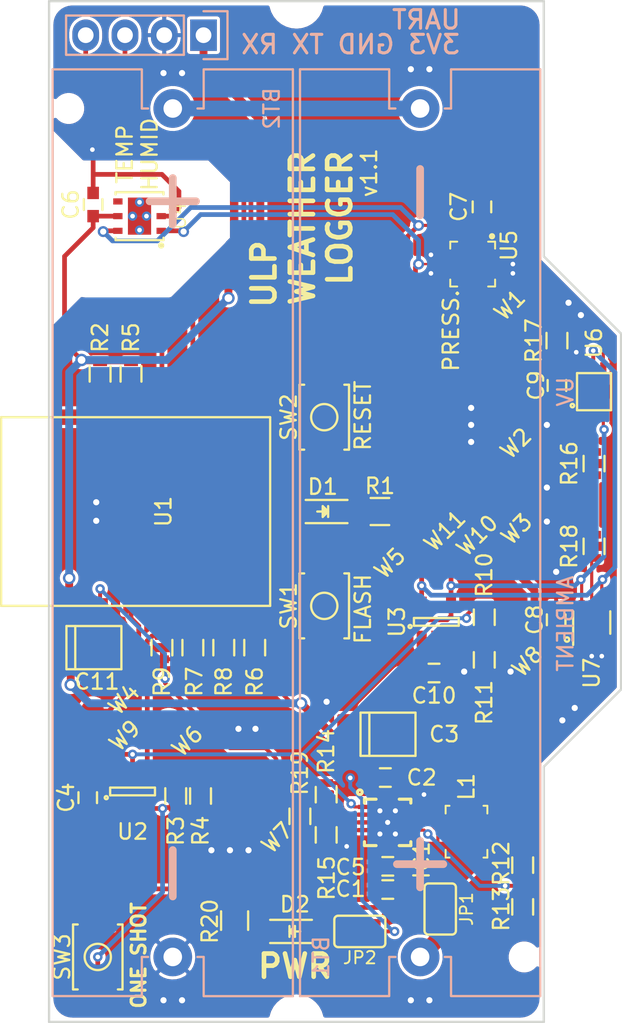
<source format=kicad_pcb>
(kicad_pcb (version 20171130) (host pcbnew 5.1.12-84ad8e8a86~92~ubuntu20.04.1)
  (title_block (title "Ultra Low Power Weather Logger (ESP8266)") (date 2017-01-16) (rev 1.2) (company @hamityanik) (comment 1 "M. Hamit YANIK"))
  (layers (0 F.Cu signal) (31 B.Cu signal) (34 B.Paste user hide) (35 F.Paste user hide) (36 B.SilkS user hide) (37 F.SilkS user hide) (38 B.Mask user hide) (39 F.Mask user hide) (44 Edge.Cuts user))
  (net 0 "")
  (net 1 +BATT)
  (net 2 "Net-(BT1-Pad2)")
  (net 3 GND)
  (net 4 +3V3)
  (net 5 /L)
  (net 6 "Net-(D1-Pad1)")
  (net 7 "Net-(IC1-Pad9)")
  (net 8 /LOWBATT)
  (net 9 /TX)
  (net 10 /RX)
  (net 11 "Net-(R2-Pad2)")
  (net 12 "Net-(R5-Pad2)")
  (net 13 /SDA)
  (net 14 /SCL)
  (net 15 /DONE)
  (net 16 /BATT_VOUT)
  (net 17 "Net-(R16-Pad2)")
  (net 18 "Net-(R17-Pad2)")
  (net 19 "Net-(R18-Pad2)")
  (net 20 "Net-(U1-Pad7)")
  (net 21 "Net-(U4-PadPAD)")
  (net 22 "Net-(U5-Pad7)")
  (net 23 /DRVn)
  (net 24 /M_DRV)
  (net 25 "Net-(D2-Pad1)")
  (net 26 /GPIO_12)
  (net 27 /LBI)
  (net 28 /FB)
  (module footprints:ST_LPS25HB (layer F.Cu) (at 165.4 100 270)
    (fp_text reference U5 (at -1.2 -2.35 90) (layer F.SilkS))
    (fp_text value LPS25HB)
    (pad 1 smd oval (at -1.1 -0.3 270) (size 0.8 0.35) (layers F.Cu F.Paste F.Mask) (net 4 +3V3))
    (pad 2 smd oval (at -1.1 0.3 270) (size 0.8 0.35) (layers F.Cu F.Paste F.Mask) (net 14 /SCL))
    (pad 6 smd oval (at 1.1 0.3 270) (size 0.8 0.35) (layers F.Cu F.Paste F.Mask) (net 4 +3V3))
    (pad 7 smd oval (at 1.1 -0.3 270) (size 0.8 0.35) (layers F.Cu F.Paste F.Mask) (net 22 "Net-(U5-Pad7)"))
    (pad 3 smd oval (at -0.6 1.1) (size 0.8 0.35) (layers F.Cu F.Paste F.Mask) (net 3 GND))
    (pad 4 smd oval (at 0 1.1) (size 0.8 0.35) (layers F.Cu F.Paste F.Mask) (net 13 /SDA))
    (pad 5 smd oval (at 0.6 1.1) (size 0.8 0.35) (layers F.Cu F.Paste F.Mask) (net 3 GND))
    (pad 8 smd oval (at 0.6 -1.1) (size 0.8 0.35) (layers F.Cu F.Paste F.Mask) (net 3 GND))
    (pad 9 smd oval (at 0 -1.1) (size 0.8 0.35) (layers F.Cu F.Paste F.Mask) (net 3 GND))
    (pad 10 smd oval (at -0.6 -1.1) (size 0.8 0.35) (layers F.Cu F.Paste F.Mask) (net 4 +3V3))
  )
  (module footprints:TI_DRC_S-PVSON-N10 (layer F.Cu) (at 159.9 136.1)
    (fp_text reference IC1 (at 2.2 2.45 90) (layer F.SilkS))
    (fp_text value TPS61025)
    (pad 1 smd rect (at -1.5 -1) (size 0.85 0.28) (layers F.Cu F.Paste F.Mask) (net 23 /DRVn))
    (pad 2 smd rect (at -1.5 -0.5) (size 0.85 0.28) (layers F.Cu F.Paste F.Mask) (net 4 +3V3))
    (pad 3 smd rect (at -1.5 0) (size 0.85 0.28) (layers F.Cu F.Paste F.Mask) (net 28 /FB))
    (pad 4 smd rect (at -1.5 0.5) (size 0.85 0.28) (layers F.Cu F.Paste F.Mask) (net 8 /LOWBATT))
    (pad 5 smd rect (at -1.5 1) (size 0.85 0.28) (layers F.Cu F.Paste F.Mask) (net 3 GND))
    (pad 6 smd rect (at 1.5 1) (size 0.85 0.28) (layers F.Cu F.Paste F.Mask) (net 1 +BATT))
    (pad 7 smd rect (at 1.5 0.5) (size 0.85 0.28) (layers F.Cu F.Paste F.Mask) (net 27 /LBI))
    (pad 8 smd rect (at 1.5 0) (size 0.85 0.28) (layers F.Cu F.Paste F.Mask) (net 1 +BATT))
    (pad 9 smd rect (at 1.5 -0.5) (size 0.85 0.28) (layers F.Cu F.Paste F.Mask) (net 7 "Net-(IC1-Pad9)"))
    (pad 10 smd rect (at 1.5 -1) (size 0.85 0.28) (layers F.Cu F.Paste F.Mask) (net 3 GND))
    (pad 0 smd rect (at 0.41148 0.6) (size 0.82296 1.2) (layers F.Cu F.Paste F.Mask) (net 3 GND))
    (pad 0 smd rect (at 0.41148 -0.6) (size 0.82296 1.2) (layers F.Cu F.Paste F.Mask) (net 3 GND))
    (pad 0 smd rect (at -0.41148 -0.6) (size 0.82296 1.2) (layers F.Cu F.Paste F.Mask) (net 3 GND))
    (pad 0 smd rect (at -0.41148 0.6) (size 0.82296 1.2) (layers F.Cu F.Paste F.Mask) (net 3 GND))
    (pad 0 smd rect (at 0.25 -1.55) (size 0.28 0.7) (layers F.Cu F.Paste F.Mask) (net 3 GND))
    (pad 0 smd rect (at -0.25 -1.55) (size 0.28 0.7) (layers F.Cu F.Paste F.Mask) (net 3 GND))
    (pad 0 smd rect (at -0.25 1.55) (size 0.28 0.7) (layers F.Cu F.Paste F.Mask) (net 3 GND))
    (pad 0 smd rect (at 0.25 1.55) (size 0.28 0.7) (layers F.Cu F.Paste F.Mask) (net 3 GND))
    (pad 0 thru_hole circle (at 0 0) (size 0.5842 0.5842) (drill 0.3302) (layers *.Cu *.Mask) (net 3 GND))
    (pad 0 thru_hole circle (at 0.5 -0.75) (size 0.5842 0.5842) (drill 0.3302) (layers *.Cu *.Mask) (net 3 GND))
    (pad 0 thru_hole circle (at -0.5 -0.75) (size 0.5842 0.5842) (drill 0.3302) (layers *.Cu *.Mask) (net 3 GND))
    (pad 0 thru_hole circle (at -0.5 0.75) (size 0.5842 0.5842) (drill 0.3302) (layers *.Cu *.Mask) (net 3 GND))
    (pad 0 thru_hole circle (at 0.5 0.75) (size 0.5842 0.5842) (drill 0.3302) (layers *.Cu *.Mask) (net 3 GND))
  )
  (module footprints:WSON-6-PAD (layer F.Cu) (at 143.85 96.900002 90)
    (fp_text reference U4 (at 0 2.5 90) (layer F.SilkS) (effects (font (size 1 0.9) (thickness 0.1))))
    (fp_text value HDC1080)
    (pad 4 smd rect (at 0.95 -1.4 90) (size 0.4 0.6) (layers F.Cu F.Paste F.Mask))
    (pad 6 smd rect (at -0.95 -1.4 90) (size 0.4 0.6) (layers F.Cu F.Paste F.Mask) (net 14 /SCL))
    (pad 5 smd rect (at 0 -1.4 90) (size 0.4 0.6) (layers F.Cu F.Paste F.Mask) (net 4 +3V3))
    (pad 2 smd rect (at 0 1.4 90) (size 0.4 0.6) (layers F.Cu F.Paste F.Mask) (net 3 GND))
    (pad 3 smd rect (at 0.95 1.4 90) (size 0.4 0.6) (layers F.Cu F.Paste F.Mask))
    (pad 1 smd rect (at -0.95 1.4 90) (size 0.4 0.6) (layers F.Cu F.Paste F.Mask) (net 13 /SDA))
    (pad PAD smd rect (at -0.6 0 90) (size 1.2 1.5) (layers F.Cu F.Paste F.Mask) (net 21 "Net-(U4-PadPAD)"))
    (pad PAD smd rect (at 0.6 0 90) (size 1.2 1.5) (layers F.Cu F.Paste F.Mask) (net 21 "Net-(U4-PadPAD)"))
    (pad PAD thru_hole circle (at 0 0.45 90) (size 0.6 0.6) (drill 0.3) (layers *.Cu *.Mask) (net 21 "Net-(U4-PadPAD)"))
    (pad PAD thru_hole circle (at 0 -0.45 90) (size 0.6 0.6) (drill 0.3) (layers *.Cu *.Mask) (net 21 "Net-(U4-PadPAD)"))
    (pad PAD thru_hole circle (at -0.9 0 90) (size 0.6 0.6) (drill 0.3) (layers *.Cu *.Mask) (net 21 "Net-(U4-PadPAD)"))
    (pad PAD thru_hole circle (at 0.9 0 90) (size 0.6 0.6) (drill 0.3) (layers *.Cu *.Mask) (net 21 "Net-(U4-PadPAD)"))
  )
  (module footprints:Via_0.3mm (layer F.Cu) (at 157.25 137.65)
    (fp_text reference REF** hide)
    (fp_text value Via_0.4mm hide)
    (pad 1 thru_hole circle (at 0 0) (size 0.6048 0.6048) (drill 0.3) (layers *.Cu) (net 3 GND))
  )
  (module footprints:Via_0.4mm (layer F.Cu) (at 155.95 128.3)
    (fp_text reference REF** hide)
    (fp_text value Via_0.4mm hide)
    (pad 1 thru_hole circle (at 0 0) (size 0.7048 0.7048) (drill 0.4) (layers *.Cu) (net 3 GND))
  )
  (module footprints:Via_0.4mm (layer F.Cu) (at 171.6 102.5 90)
    (fp_text reference REF** hide)
    (fp_text value Via_0.4mm hide)
    (pad 1 thru_hole circle (at 0 0 90) (size 0.7048 0.7048) (drill 0.4) (layers *.Cu) (net 3 GND))
  )
  (module footprints:Via_0.4mm (layer F.Cu) (at 172.400001 103.3 90)
    (fp_text reference REF** hide)
    (fp_text value Via_0.4mm hide)
    (pad 1 thru_hole circle (at 0 0 90) (size 0.7048 0.7048) (drill 0.4) (layers *.Cu) (net 3 GND))
  )
  (module footprints:Via_0.4mm (layer F.Cu) (at 151.35 130.05)
    (fp_text reference REF** hide)
    (fp_text value Via_0.4mm hide)
    (pad 1 thru_hole circle (at 0 0) (size 0.7048 0.7048) (drill 0.4) (layers *.Cu) (net 3 GND))
  )
  (module footprints:Via_0.4mm (layer F.Cu) (at 150.25 130.05)
    (fp_text reference REF** hide)
    (fp_text value Via_0.4mm hide)
    (pad 1 thru_hole circle (at 0 0) (size 0.7048 0.7048) (drill 0.4) (layers *.Cu) (net 3 GND))
  )
  (module footprints:Via_0.4mm (layer F.Cu) (at 164.85 126.35)
    (fp_text reference REF** hide)
    (fp_text value Via_0.4mm hide)
    (pad 1 thru_hole circle (at 0 0) (size 0.7048 0.7048) (drill 0.4) (layers *.Cu) (net 3 GND))
  )
  (module footprints:Via_0.4mm (layer F.Cu) (at 167.85 126.35)
    (fp_text reference REF** hide)
    (fp_text value Via_0.4mm hide)
    (pad 1 thru_hole circle (at 0 0) (size 0.7048 0.7048) (drill 0.4) (layers *.Cu) (net 3 GND))
  )
  (module footprints:Via_0.4mm (layer F.Cu) (at 170.8 119.9)
    (fp_text reference REF** hide)
    (fp_text value Via_0.4mm hide)
    (pad 1 thru_hole circle (at 0 0) (size 0.7048 0.7048) (drill 0.4) (layers *.Cu) (net 3 GND))
  )
  (module footprints:Via_0.4mm (layer F.Cu) (at 145.4 87.65)
    (fp_text reference REF** hide)
    (fp_text value Via_0.4mm hide)
    (pad 1 thru_hole circle (at 0 0) (size 0.7048 0.7048) (drill 0.4) (layers *.Cu) (net 3 GND))
  )
  (module footprints:Via_0.4mm (layer F.Cu) (at 150.9 137.9)
    (fp_text reference REF** hide)
    (fp_text value Via_0.4mm hide)
    (pad 1 thru_hole circle (at 0 0) (size 0.7048 0.7048) (drill 0.4) (layers *.Cu) (net 3 GND))
  )
  (module footprints:Via_0.4mm (layer F.Cu) (at 170.2 116.65)
    (fp_text reference REF** hide)
    (fp_text value Via_0.4mm hide)
    (pad 1 thru_hole circle (at 0 0) (size 0.7048 0.7048) (drill 0.4) (layers *.Cu) (net 3 GND))
  )
  (module footprints:Via_0.4mm (layer F.Cu) (at 146.6 87.65)
    (fp_text reference REF** hide)
    (fp_text value Via_0.4mm hide)
    (pad 1 thru_hole circle (at 0 0) (size 0.7048 0.7048) (drill 0.4) (layers *.Cu) (net 3 GND))
  )
  (module footprints:Via_0.4mm (layer F.Cu) (at 141.05 116.6 90)
    (fp_text reference REF** hide)
    (fp_text value Via_0.4mm hide)
    (pad 1 thru_hole circle (at 0 0 90) (size 0.7048 0.7048) (drill 0.4) (layers *.Cu) (net 3 GND))
  )
  (module footprints:Via_0.4mm (layer F.Cu) (at 141.05 115.4 90)
    (fp_text reference REF** hide)
    (fp_text value Via_0.4mm hide)
    (pad 1 thru_hole circle (at 0 0 90) (size 0.7048 0.7048) (drill 0.4) (layers *.Cu) (net 3 GND))
  )
  (module footprints:Via_0.4mm (layer F.Cu) (at 162.6 87.4)
    (fp_text reference REF** hide)
    (fp_text value Via_0.4mm hide)
    (pad 1 thru_hole circle (at 0 0) (size 0.7048 0.7048) (drill 0.4) (layers *.Cu) (net 3 GND))
  )
  (module footprints:Via_0.4mm (layer F.Cu) (at 161.4 87.4)
    (fp_text reference REF** hide)
    (fp_text value Via_0.4mm hide)
    (pad 1 thru_hole circle (at 0 0) (size 0.7048 0.7048) (drill 0.4) (layers *.Cu) (net 3 GND))
  )
  (module footprints:Via_0.4mm (layer F.Cu) (at 162.6 147.6)
    (fp_text reference REF** hide)
    (fp_text value Via_0.4mm hide)
    (pad 1 thru_hole circle (at 0 0) (size 0.7048 0.7048) (drill 0.4) (layers *.Cu) (net 3 GND))
  )
  (module footprints:Via_0.4mm (layer F.Cu) (at 161.4 147.6)
    (fp_text reference REF** hide)
    (fp_text value Via_0.4mm hide)
    (pad 1 thru_hole circle (at 0 0) (size 0.7048 0.7048) (drill 0.4) (layers *.Cu) (net 3 GND))
  )
  (module footprints:Via_0.4mm (layer F.Cu) (at 146.6 147.6)
    (fp_text reference REF** hide)
    (fp_text value Via_0.4mm hide)
    (pad 1 thru_hole circle (at 0 0) (size 0.7048 0.7048) (drill 0.4) (layers *.Cu) (net 3 GND))
  )
  (module footprints:Via_0.4mm (layer F.Cu) (at 145.4 147.6)
    (fp_text reference REF** hide)
    (fp_text value Via_0.4mm hide)
    (pad 1 thru_hole circle (at 0 0) (size 0.7048 0.7048) (drill 0.4) (layers *.Cu) (net 3 GND))
  )
  (module footprints:Via_0.4mm (layer F.Cu) (at 149.7 137.9)
    (fp_text reference REF** hide)
    (fp_text value Via_0.4mm hide)
    (pad 1 thru_hole circle (at 0 0) (size 0.7048 0.7048) (drill 0.4) (layers *.Cu) (net 3 GND))
  )
  (module footprints:Via_0.4mm (layer F.Cu) (at 148.5 137.9)
    (fp_text reference REF** hide)
    (fp_text value Via_0.4mm hide)
    (pad 1 thru_hole circle (at 0 0) (size 0.7048 0.7048) (drill 0.4) (layers *.Cu) (net 3 GND))
  )
  (module footprints:Via_0.4mm (layer F.Cu) (at 172 128.7)
    (fp_text reference REF** hide)
    (fp_text value Via_0.4mm hide)
    (pad 1 thru_hole circle (at 0 0) (size 0.7048 0.7048) (drill 0.4) (layers *.Cu) (net 3 GND))
  )
  (module footprints:Via_0.4mm (layer F.Cu) (at 171.2 129.5)
    (fp_text reference REF** hide)
    (fp_text value Via_0.4mm hide)
    (pad 1 thru_hole circle (at 0 0) (size 0.7048 0.7048) (drill 0.4) (layers *.Cu) (net 3 GND))
  )
  (module footprints:Via_0.4mm (layer F.Cu) (at 170.2 114.45)
    (fp_text reference REF** hide)
    (fp_text value Via_0.4mm hide)
    (pad 1 thru_hole circle (at 0 0) (size 0.7048 0.7048) (drill 0.4) (layers *.Cu) (net 3 GND))
  )
  (module footprints:Via_0.4mm (layer F.Cu) (at 170.2 110.4)
    (fp_text reference REF** hide)
    (fp_text value Via_0.4mm hide)
    (pad 1 thru_hole circle (at 0 0) (size 0.7048 0.7048) (drill 0.4) (layers *.Cu) (net 3 GND))
  )
  (module footprints:Via_0.4mm (layer F.Cu) (at 165.3 111.5)
    (fp_text reference REF** hide)
    (fp_text value Via_0.4mm hide)
    (pad 1 thru_hole circle (at 0 0) (size 0.7048 0.7048) (drill 0.4) (layers *.Cu) (net 3 GND))
  )
  (module footprints:Via_0.4mm (layer F.Cu) (at 165.3 110.4)
    (fp_text reference REF** hide)
    (fp_text value Via_0.4mm hide)
    (pad 1 thru_hole circle (at 0 0) (size 0.7048 0.7048) (drill 0.4) (layers *.Cu) (net 3 GND))
  )
  (module footprints:R_0603 (layer F.Cu) (at 168.635295 138.863255 270)
    (fp_text reference R12 (at -0.113255 1.385295 270) (layer F.SilkS))
    (fp_text value DNP)
    (pad 1 smd rect (at -0.75 0 270) (size 0.5 0.9) (layers F.Cu F.Paste F.Mask) (net 1 +BATT))
    (pad 2 smd rect (at 0.75 0 270) (size 0.5 0.9) (layers F.Cu F.Paste F.Mask) (net 27 /LBI))
  )
  (module footprints:TantalC_SizeB_EIA-3528_Reflow (layer F.Cu) (at 159.923594 130.4 180)
    (fp_text reference C3 (at -3.635295 0 180) (layer F.SilkS))
    (fp_text value 100uF)
    (pad 1 smd rect (at 1.524 0 180) (size 1.95072 2.49936) (layers F.Cu F.Paste F.Mask) (net 4 +3V3))
    (pad 2 smd rect (at -1.524 0 180) (size 1.95072 2.49936) (layers F.Cu F.Paste F.Mask) (net 3 GND))
  )
  (module footprints:Pin_Header_Straight_1x04 (layer B.Cu) (at 147.990001 85.2 90)
    (fp_text reference P1 hide)
    (fp_text value CONN_01X04 hide)
    (pad 1 thru_hole rect (at 0 0 90) (size 2.032 1.7272) (drill 1.016) (layers *.Cu *.Mask) (net 4 +3V3))
    (pad 2 thru_hole oval (at 0 -2.54 90) (size 2.032 1.7272) (drill 1.016) (layers *.Cu *.Mask) (net 3 GND))
    (pad 3 thru_hole oval (at 0 -5.08 90) (size 2.032 1.7272) (drill 1.016) (layers *.Cu *.Mask) (net 9 /TX))
    (pad 4 thru_hole oval (at 0 -7.62 90) (size 2.032 1.7272) (drill 1.016) (layers *.Cu *.Mask) (net 10 /RX))
  )
  (module footprints:R_0805 (layer F.Cu) (at 159.4 116)
    (fp_text reference R1 (at 0 -1.65 180) (layer F.SilkS))
    (fp_text value 1k)
    (pad 1 smd rect (at -0.95 0) (size 0.7 1.3) (layers F.Cu F.Paste F.Mask) (net 6 "Net-(D1-Pad1)"))
    (pad 2 smd rect (at 0.95 0) (size 0.7 1.3) (layers F.Cu F.Paste F.Mask) (net 3 GND))
  )
  (module footprints:R_0603 (layer F.Cu) (at 146.191594 134.390822 90)
    (fp_text reference R3 (at -2.25918 0.008406 90) (layer F.SilkS))
    (fp_text value 140k)
    (pad 1 smd rect (at -0.75 0 90) (size 0.5 0.9) (layers F.Cu F.Paste F.Mask) (net 24 /M_DRV))
    (pad 2 smd rect (at 0.75 0 90) (size 0.5 0.9) (layers F.Cu F.Paste F.Mask) (net 3 GND))
  )
  (module footprints:R_0603 (layer F.Cu) (at 147.796593 134.394153 90)
    (fp_text reference R4 (at -2.255848 0.003406 90) (layer F.SilkS))
    (fp_text value 174k)
    (pad 1 smd rect (at -0.75 0 90) (size 0.5 0.9) (layers F.Cu F.Paste F.Mask) (net 24 /M_DRV))
    (pad 2 smd rect (at 0.75 0 90) (size 0.5 0.9) (layers F.Cu F.Paste F.Mask) (net 3 GND))
  )
  (module footprints:R_0603 (layer F.Cu) (at 143.3 107.099999 270)
    (fp_text reference R5 (at -2.349999 0 90) (layer F.SilkS))
    (fp_text value 10k)
    (pad 1 smd rect (at -0.75 0 270) (size 0.5 0.9) (layers F.Cu F.Paste F.Mask) (net 4 +3V3))
    (pad 2 smd rect (at 0.75 0 270) (size 0.5 0.9) (layers F.Cu F.Paste F.Mask) (net 12 "Net-(R5-Pad2)"))
  )
  (module footprints:R_0603 (layer F.Cu) (at 151.3 124.800001 90)
    (fp_text reference R6 (at -2.2 0 90) (layer F.SilkS))
    (fp_text value 10k)
    (pad 1 smd rect (at -0.75 0 90) (size 0.5 0.9) (layers F.Cu F.Paste F.Mask) (net 4 +3V3))
    (pad 2 smd rect (at 0.75 0 90) (size 0.5 0.9) (layers F.Cu F.Paste F.Mask) (net 13 /SDA))
  )
  (module footprints:R_0603 (layer F.Cu) (at 147.299999 124.799999 270)
    (fp_text reference R7 (at 2.2 -0.1 270) (layer F.SilkS))
    (fp_text value 10k)
    (pad 1 smd rect (at -0.75 0 270) (size 0.5 0.9) (layers F.Cu F.Paste F.Mask) (net 5 /L))
    (pad 2 smd rect (at 0.75 0 270) (size 0.5 0.9) (layers F.Cu F.Paste F.Mask) (net 3 GND))
  )
  (module footprints:R_0603 (layer F.Cu) (at 149.299999 124.799999 90)
    (fp_text reference R8 (at -2.2 0 90) (layer F.SilkS))
    (fp_text value 10k)
    (pad 1 smd rect (at -0.75 0 90) (size 0.5 0.9) (layers F.Cu F.Paste F.Mask) (net 4 +3V3))
    (pad 2 smd rect (at 0.75 0 90) (size 0.5 0.9) (layers F.Cu F.Paste F.Mask) (net 14 /SCL))
  )
  (module footprints:R_0603 (layer F.Cu) (at 145.299999 124.8 270)
    (fp_text reference R9 (at 2.2 0 270) (layer F.SilkS))
    (fp_text value 10k)
    (pad 1 smd rect (at -0.75 0 270) (size 0.5 0.9) (layers F.Cu F.Paste F.Mask) (net 15 /DONE))
    (pad 2 smd rect (at 0.75 0 270) (size 0.5 0.9) (layers F.Cu F.Paste F.Mask) (net 3 GND))
  )
  (module footprints:R_0603 (layer F.Cu) (at 166.150001 122.834457 270)
    (fp_text reference R10 (at -2.734457 0.000001 270) (layer F.SilkS))
    (fp_text value 1k)
    (pad 1 smd rect (at -0.75 0 270) (size 0.5 0.9) (layers F.Cu F.Paste F.Mask) (net 23 /DRVn))
    (pad 2 smd rect (at 0.75 0 270) (size 0.5 0.9) (layers F.Cu F.Paste F.Mask) (net 16 /BATT_VOUT))
  )
  (module footprints:R_0603 (layer F.Cu) (at 166.15 125.591237 270)
    (fp_text reference R11 (at 2.758763 0 270) (layer F.SilkS))
    (fp_text value 390k)
    (pad 1 smd rect (at -0.75 0 270) (size 0.5 0.9) (layers F.Cu F.Paste F.Mask) (net 16 /BATT_VOUT))
    (pad 2 smd rect (at 0.75 0 270) (size 0.5 0.9) (layers F.Cu F.Paste F.Mask) (net 3 GND))
  )
  (module footprints:R_0603 (layer F.Cu) (at 168.635294 141.563253 270)
    (fp_text reference R13 (at 0.136747 1.385294 270) (layer F.SilkS))
    (fp_text value 0R)
    (pad 1 smd rect (at -0.75 0 270) (size 0.5 0.9) (layers F.Cu F.Paste F.Mask) (net 27 /LBI))
    (pad 2 smd rect (at 0.75 0 270) (size 0.5 0.9) (layers F.Cu F.Paste F.Mask) (net 3 GND))
  )
  (module footprints:R_0603 (layer F.Cu) (at 155.923594 134.307179 270)
    (fp_text reference R14 (at -2.8 0 270) (layer F.SilkS))
    (fp_text value 0R)
    (pad 1 smd rect (at -0.75 0 270) (size 0.5 0.9) (layers F.Cu F.Paste F.Mask) (net 4 +3V3))
    (pad 2 smd rect (at 0.75 0 270) (size 0.5 0.9) (layers F.Cu F.Paste F.Mask) (net 28 /FB))
  )
  (module footprints:R_0603 (layer F.Cu) (at 155.923594 136.907178 270)
    (fp_text reference R15 (at 2.792822 -0.035294 270) (layer F.SilkS))
    (fp_text value DNP)
    (pad 1 smd rect (at -0.75 0 270) (size 0.5 0.9) (layers F.Cu F.Paste F.Mask) (net 28 /FB))
    (pad 2 smd rect (at 0.75 0 270) (size 0.5 0.9) (layers F.Cu F.Paste F.Mask) (net 3 GND))
  )
  (module footprints:R_0603 (layer F.Cu) (at 173.25 112.9 90)
    (fp_text reference R16 (at 0 -1.6 90) (layer F.SilkS))
    (fp_text value 10k)
    (pad 1 smd rect (at -0.75 0 90) (size 0.5 0.9) (layers F.Cu F.Paste F.Mask) (net 4 +3V3))
    (pad 2 smd rect (at 0.75 0 90) (size 0.5 0.9) (layers F.Cu F.Paste F.Mask) (net 17 "Net-(R16-Pad2)"))
  )
  (module footprints:R_0603 (layer F.Cu) (at 170.85 104.95 90)
    (fp_text reference R17 (at 0 -1.5 90) (layer F.SilkS))
    (fp_text value 270k)
    (pad 1 smd rect (at -0.75 0 90) (size 0.5 0.9) (layers F.Cu F.Paste F.Mask) (net 3 GND))
    (pad 2 smd rect (at 0.75 0 90) (size 0.5 0.9) (layers F.Cu F.Paste F.Mask) (net 18 "Net-(R17-Pad2)"))
  )
  (module footprints:R_0603 (layer F.Cu) (at 173.249999 118.249999 270)
    (fp_text reference R18 (at 0.000001 1.599999 270) (layer F.SilkS))
    (fp_text value 10k)
    (pad 1 smd rect (at -0.75 0 270) (size 0.5 0.9) (layers F.Cu F.Paste F.Mask) (net 4 +3V3))
    (pad 2 smd rect (at 0.75 0 270) (size 0.5 0.9) (layers F.Cu F.Paste F.Mask) (net 19 "Net-(R18-Pad2)"))
  )
  (module footprints:SOT-23-6 (layer F.Cu) (at 143.4 134.1 90)
    (fp_text reference U2 (at -2.6 0 180) (layer F.SilkS))
    (fp_text value TPL5111)
    (pad 1 smd rect (at -1.1 -0.95 90) (size 1.06 0.65) (layers F.Cu F.Paste F.Mask) (net 1 +BATT))
    (pad 2 smd rect (at -1.1 0 90) (size 1.06 0.65) (layers F.Cu F.Paste F.Mask) (net 3 GND))
    (pad 3 smd rect (at -1.1 0.95 90) (size 1.06 0.65) (layers F.Cu F.Paste F.Mask) (net 24 /M_DRV))
    (pad 4 smd rect (at 1.1 0.95 90) (size 1.06 0.65) (layers F.Cu F.Paste F.Mask) (net 15 /DONE))
    (pad 6 smd rect (at 1.1 -0.95 90) (size 1.06 0.65) (layers F.Cu F.Paste F.Mask) (net 1 +BATT))
    (pad 5 smd rect (at 1.1 0 90) (size 1.06 0.65) (layers F.Cu F.Paste F.Mask) (net 23 /DRVn))
  )
  (module footprints:SOT-23-5 (layer F.Cu) (at 163.050001 123.134457 90)
    (fp_text reference U3 (at 0 -2.55 90) (layer F.SilkS))
    (fp_text value MCP3021)
    (pad 1 smd rect (at -1.1 -0.95 90) (size 1.06 0.65) (layers F.Cu F.Paste F.Mask) (net 4 +3V3))
    (pad 2 smd rect (at -1.1 0 90) (size 1.06 0.65) (layers F.Cu F.Paste F.Mask) (net 3 GND))
    (pad 3 smd rect (at -1.1 0.95 90) (size 1.06 0.65) (layers F.Cu F.Paste F.Mask) (net 16 /BATT_VOUT))
    (pad 4 smd rect (at 1.1 0.95 90) (size 1.06 0.65) (layers F.Cu F.Paste F.Mask) (net 13 /SDA))
    (pad 5 smd rect (at 1.1 -0.95 90) (size 1.06 0.65) (layers F.Cu F.Paste F.Mask) (net 14 /SCL))
  )
  (module footprints:TantalC_SizeB_EIA-3528_Reflow (layer F.Cu) (at 140.899999 124.799999 180)
    (fp_text reference C11 (at -0.200001 -2.200001 180) (layer F.SilkS))
    (fp_text value DNP)
    (pad 1 smd rect (at 1.524 0 180) (size 1.95072 2.49936) (layers F.Cu F.Paste F.Mask) (net 4 +3V3))
    (pad 2 smd rect (at -1.524 0 180) (size 1.95072 2.49936) (layers F.Cu F.Paste F.Mask) (net 3 GND))
  )
  (module footprints:R_0603 (layer F.Cu) (at 154.223594 135.707179 270)
    (fp_text reference R19 (at -2.8 0 270) (layer F.SilkS))
    (fp_text value 1M)
    (pad 1 smd rect (at -0.75 0 270) (size 0.5 0.9) (layers F.Cu F.Paste F.Mask) (net 4 +3V3))
    (pad 2 smd rect (at 0.75 0 270) (size 0.5 0.9) (layers F.Cu F.Paste F.Mask) (net 8 /LOWBATT))
  )
  (module footprints:LED_0805 (layer F.Cu) (at 153.9 143.15)
    (fp_text reference D2 (at 0 -1.75) (layer F.SilkS))
    (fp_text value LTST-C170KRKT)
    (pad 2 smd rect (at 1.04902 0 180) (size 1.19888 1.19888) (layers F.Cu F.Paste F.Mask) (net 4 +3V3))
    (pad 1 smd rect (at -1.04902 0 180) (size 1.19888 1.19888) (layers F.Cu F.Paste F.Mask) (net 25 "Net-(D2-Pad1)"))
  )
  (module footprints:R_0805 (layer F.Cu) (at 150.000001 142.450001 90)
    (fp_text reference R20 (at -0.049999 -1.600001 90) (layer F.SilkS))
    (fp_text value 1k)
    (pad 1 smd rect (at -0.95 0 90) (size 0.7 1.3) (layers F.Cu F.Paste F.Mask) (net 25 "Net-(D2-Pad1)"))
    (pad 2 smd rect (at 0.95 0 90) (size 0.7 1.3) (layers F.Cu F.Paste F.Mask) (net 3 GND))
  )
  (module footprints:Measurement_Point_Round-SMD-Pad_Small (layer F.Cu) (at 158.5 118.6)
    (fp_text reference W5 (at 1.55 0.75 225) (layer F.SilkS))
    (fp_text value L hide)
    (pad 1 smd circle (at 0 0) (size 1.5 1.5) (layers F.Cu F.Mask) (net 5 /L))
  )
  (module footprints:Measurement_Point_Round-SMD-Pad_Small (layer F.Cu) (at 145.750001 129.65)
    (fp_text reference W6 (at 1.199999 1.2 45) (layer F.SilkS))
    (fp_text value DONE hide)
    (pad 1 smd circle (at 0 0) (size 1.5 1.5) (layers F.Cu F.Mask) (net 15 /DONE))
  )
  (module footprints:Measurement_Point_Round-SMD-Pad_Small (layer F.Cu) (at 153.95 138.3 180)
    (fp_text reference W7 (at 1.2 1.2 225) (layer F.SilkS))
    (fp_text value LOWBATT hide)
    (pad 1 smd circle (at 0 0 180) (size 1.5 1.5) (layers F.Cu F.Mask) (net 8 /LOWBATT))
  )
  (module footprints:Measurement_Point_Round-SMD-Pad_Small (layer F.Cu) (at 168.1 124.2)
    (fp_text reference W8 (at 0.85 1.5 45) (layer F.SilkS))
    (fp_text value BATT_VOUT hide)
    (pad 1 smd circle (at 0 0) (size 1.5 1.5) (layers F.Cu F.Mask) (net 16 /BATT_VOUT))
  )
  (module footprints:Measurement_Point_Round-SMD-Pad_Small (layer F.Cu) (at 140.85 131.35)
    (fp_text reference W9 (at 2.05 -0.85 45) (layer F.SilkS))
    (fp_text value DRVn hide)
    (pad 1 smd circle (at 0 0) (size 1.5 1.5) (layers F.Cu F.Mask) (net 23 /DRVn))
  )
  (module footprints:Measurement_Point_Round-SMD-Pad_Small (layer F.Cu) (at 164.05 119.4)
    (fp_text reference W10 (at 1.65 -1.85 225) (layer F.SilkS))
    (fp_text value SDA hide)
    (pad 1 smd circle (at 0 0) (size 1.5 1.5) (layers F.Cu F.Mask) (net 13 /SDA))
  )
  (module footprints:Measurement_Point_Round-SMD-Pad_Small (layer F.Cu) (at 162 119.4)
    (fp_text reference W11 (at 1.6 -2.15 45) (layer F.SilkS))
    (fp_text value SCL hide)
    (pad 1 smd circle (at 0 0) (size 1.5 1.5) (layers F.Cu F.Mask) (net 14 /SCL))
  )
  (module footprints:Measurement_Point_Round-SMD-Pad_Small (layer F.Cu) (at 166.4 104.05 90)
    (fp_text reference W1 (at 1.4 1.4 225) (layer F.SilkS))
    (fp_text value PRES_INT hide)
    (pad 1 smd circle (at 0 0 90) (size 1.5 1.5) (layers F.Cu F.Mask) (net 22 "Net-(U5-Pad7)"))
  )
  (module footprints:Measurement_Point_Round-SMD-Pad_Small (layer F.Cu) (at 169.400001 118.300001 90)
    (fp_text reference W3 (at 1.150001 -1.150001 225) (layer F.SilkS))
    (fp_text value AMB_INT hide)
    (pad 1 smd circle (at 0 0 90) (size 1.5 1.5) (layers F.Cu F.Mask) (net 19 "Net-(R18-Pad2)"))
  )
  (module footprints:Measurement_Point_Round-SMD-Pad_Small (layer F.Cu) (at 169.400001 112.8 90)
    (fp_text reference W2 (at 1.2 -1.2 225) (layer F.SilkS))
    (fp_text value UV_INT hide)
    (pad 1 smd circle (at 0 0 90) (size 1.5 1.5) (layers F.Cu F.Mask) (net 17 "Net-(R16-Pad2)"))
  )
  (module footprints:Measurement_Point_Round-SMD-Pad_Small (layer F.Cu) (at 140.8 128.9 180)
    (fp_text reference W4 (at -2.05 0.75 225) (layer F.SilkS))
    (fp_text value GPIO_12 hide)
    (pad 1 smd circle (at 0 0 180) (size 1.5 1.5) (layers F.Cu F.Mask) (net 26 /GPIO_12))
  )
  (module footprints:Via_0.4mm (layer F.Cu) (at 165.3 109.3)
    (fp_text reference REF** hide)
    (fp_text value Via_0.4mm hide)
    (pad 1 thru_hole circle (at 0 0) (size 0.7048 0.7048) (drill 0.4) (layers *.Cu) (net 3 GND))
  )
  (module footprints:OPLGA6 (layer F.Cu) (at 173.25 108.25 90)
    (fp_text reference U6 (at 3.15 0 90) (layer F.SilkS))
    (fp_text value VEML6070)
    (pad 1 smd rect (at -1.2 -0.6 90) (size 1.4 0.4) (layers F.Cu F.Paste F.Mask) (net 3 GND))
    (pad 2 smd rect (at -1.2 0 90) (size 1.4 0.4) (layers F.Cu F.Paste F.Mask) (net 17 "Net-(R16-Pad2)"))
    (pad 3 smd rect (at -1.2 0.6 90) (size 1.4 0.4) (layers F.Cu F.Paste F.Mask) (net 13 /SDA))
    (pad 4 smd rect (at 1.2 0.6 90) (size 1.4 0.4) (layers F.Cu F.Paste F.Mask) (net 18 "Net-(R17-Pad2)"))
    (pad 5 smd rect (at 1.2 0 90) (size 1.4 0.4) (layers F.Cu F.Paste F.Mask) (net 14 /SCL))
    (pad 6 smd rect (at 1.2 -0.6 90) (size 1.4 0.4) (layers F.Cu F.Paste F.Mask) (net 4 +3V3))
  )
  (module footprints:WDFN-6_2x2mm_Pitch0.65mm (layer F.Cu) (at 173.1 123.176667 90)
    (fp_text reference U7 (at -3.273333 0 90) (layer F.SilkS))
    (fp_text value TSL2561)
    (pad 1 smd rect (at -0.8 -0.65 90) (size 1.3 0.4) (layers F.Cu F.Paste F.Mask) (net 4 +3V3))
    (pad 2 smd rect (at -0.8 0 90) (size 1.3 0.4) (layers F.Cu F.Paste F.Mask) (net 3 GND))
    (pad 3 smd rect (at -0.8 0.65 90) (size 1.3 0.4) (layers F.Cu F.Paste F.Mask) (net 3 GND))
    (pad 4 smd rect (at 0.8 0.65 90) (size 1.3 0.4) (layers F.Cu F.Paste F.Mask) (net 14 /SCL))
    (pad 5 smd rect (at 0.8 0 90) (size 1.3 0.4) (layers F.Cu F.Paste F.Mask) (net 19 "Net-(R18-Pad2)"))
    (pad 6 smd rect (at 0.8 -0.65 90) (size 1.3 0.4) (layers F.Cu F.Paste F.Mask) (net 13 /SDA))
  )
  (module footprints:R_0603 (layer F.Cu) (at 141.3 107.100001 270)
    (fp_text reference R2 (at -2.350001 0 270) (layer F.SilkS))
    (fp_text value 0R)
    (pad 1 smd rect (at -0.75 0 270) (size 0.5 0.9) (layers F.Cu F.Paste F.Mask) (net 4 +3V3))
    (pad 2 smd rect (at 0.75 0 270) (size 0.5 0.9) (layers F.Cu F.Paste F.Mask) (net 11 "Net-(R2-Pad2)"))
  )
  (module footprints:SJ_OPEN (layer F.Cu) (at 163.3 141.7 270)
    (fp_text reference JP1 (at 0 -1.7 270) (layer F.SilkS) (effects (font (size 0.8 0.8) (thickness 0.12))))
    (fp_text value JUMPER hide)
    (pad 1 smd rect (at -0.762 0 270) (size 1.1684 1.6002) (layers F.Cu F.Mask) (net 1 +BATT))
    (pad 2 smd rect (at 0.762 0 270) (size 1.1684 1.6002) (layers F.Cu F.Mask) (net 1 +BATT))
  )
  (module footprints:Keystone_1015_Holder_Battery_AA (layer B.Cu) (at 162 144.8 90)
    (fp_text reference BT1 (at 0 -6.4 90) (layer B.SilkS) (effects (justify mirror)))
    (fp_text value 1015)
    (pad 1 thru_hole circle (at 0 0 90) (size 2.5 2.5) (drill 1.2) (layers *.Cu *.Mask) (net 1 +BATT))
    (pad 2 thru_hole circle (at 54.86 0 90) (size 2.5 2.5) (drill 1.2) (layers *.Cu *.Mask) (net 2 "Net-(BT1-Pad2)"))
    (pad "" np_thru_hole circle (at 0 6.73 90) (size 1.6 1.6) (drill 1.6) (layers *.Cu *.Mask))
  )
  (module footprints:Keystone_1015_Holder_Battery_AA (layer B.Cu) (at 146 89.94 270)
    (fp_text reference BT2 (at 0 -6.4 270) (layer B.SilkS) (effects (justify mirror)))
    (fp_text value 1015)
    (pad 1 thru_hole circle (at 0 0 270) (size 2.5 2.5) (drill 1.2) (layers *.Cu *.Mask) (net 2 "Net-(BT1-Pad2)"))
    (pad 2 thru_hole circle (at 54.86 0 270) (size 2.5 2.5) (drill 1.2) (layers *.Cu *.Mask) (net 3 GND))
    (pad "" np_thru_hole circle (at 0 6.73 270) (size 1.6 1.6) (drill 1.6) (layers *.Cu *.Mask))
  )
  (module footprints:Fiducial (layer F.Cu) (at 154 87.2)
    (fp_text reference FID1 hide)
    (fp_text value FIDUCIAL hide)
    (pad ~ smd circle (at 0 0) (size 1.5 1.5) (layers F.Cu F.Mask) (clearance 1))
  )
  (module footprints:Fiducial (layer F.Cu) (at 140.9 138.9)
    (fp_text reference FID2 hide)
    (fp_text value FIDUCIAL hide)
    (pad ~ smd circle (at 0 0) (size 1.5 1.5) (layers F.Cu F.Mask) (clearance 1))
  )
  (module footprints:Via_0.3mm (layer F.Cu) (at 162.25 134.3)
    (fp_text reference REF** hide)
    (fp_text value Via_0.4mm hide)
    (pad 1 thru_hole circle (at 0 0) (size 0.6048 0.6048) (drill 0.3) (layers *.Cu) (net 3 GND))
  )
  (module footprints:ESP8266-ESP-03 (layer F.Cu) (at 145.4 116 90)
    (fp_text reference U1 (at 0 0 270) (layer F.SilkS))
    (fp_text value ESP8266-ESP-03)
    (pad 14 smd rect (at -6.1 5.9 90) (size 1 1) (layers F.Cu F.Paste F.Mask) (net 13 /SDA))
    (pad 13 smd rect (at -6.1 3.9 90) (size 1 1) (layers F.Cu F.Paste F.Mask) (net 14 /SCL))
    (pad 12 smd rect (at -6.1 1.9 90) (size 1 1) (layers F.Cu F.Paste F.Mask) (net 5 /L))
    (pad 11 smd rect (at -6.1 -0.1 90) (size 1 1) (layers F.Cu F.Paste F.Mask) (net 15 /DONE))
    (pad 10 smd rect (at -6.1 -2.1 90) (size 1 1) (layers F.Cu F.Paste F.Mask) (net 26 /GPIO_12))
    (pad 9 smd rect (at -6.1 -4.1 90) (size 1 1) (layers F.Cu F.Paste F.Mask) (net 8 /LOWBATT))
    (pad 8 smd rect (at -6.1 -6.1 90) (size 1 1) (layers F.Cu F.Paste F.Mask) (net 4 +3V3))
    (pad 1 smd rect (at 6.1 5.9 90) (size 1 1) (layers F.Cu F.Paste F.Mask) (net 3 GND))
    (pad 2 smd rect (at 6.1 3.9 90) (size 1 1) (layers F.Cu F.Paste F.Mask))
    (pad 3 smd rect (at 6.1 1.9 90) (size 1 1) (layers F.Cu F.Paste F.Mask) (net 9 /TX))
    (pad 4 smd rect (at 6.1 -0.1 90) (size 1 1) (layers F.Cu F.Paste F.Mask) (net 10 /RX))
    (pad 5 smd rect (at 6.1 -2.1 90) (size 1 1) (layers F.Cu F.Paste F.Mask) (net 12 "Net-(R5-Pad2)"))
    (pad 6 smd rect (at 6.1 -4.1 90) (size 1 1) (layers F.Cu F.Paste F.Mask) (net 11 "Net-(R2-Pad2)"))
    (pad 7 smd rect (at 6.1 -6.1 90) (size 1 1) (layers F.Cu F.Paste F.Mask) (net 20 "Net-(U1-Pad7)"))
  )
  (module footprints:SJ_OPEN (layer F.Cu) (at 158.1 143.15)
    (fp_text reference JP2 (at 0 1.7) (layer F.SilkS) (effects (font (size 0.8 0.8) (thickness 0.12))))
    (fp_text value JUMPER hide)
    (pad 1 smd rect (at -0.762 0) (size 1.1684 1.6002) (layers F.Cu F.Mask) (net 4 +3V3))
    (pad 2 smd rect (at 0.762 0) (size 1.1684 1.6002) (layers F.Cu F.Mask) (net 4 +3V3))
  )
  (module footprints:LED_0805 (layer F.Cu) (at 155.7 116 180)
    (fp_text reference D1 (at 0 1.6 180) (layer F.SilkS))
    (fp_text value LTST-C170KRKT)
    (pad 2 smd rect (at 1.04902 0) (size 1.19888 1.19888) (layers F.Cu F.Paste F.Mask) (net 5 /L))
    (pad 1 smd rect (at -1.04902 0) (size 1.19888 1.19888) (layers F.Cu F.Paste F.Mask) (net 6 "Net-(D1-Pad1)"))
  )
  (module footprints:Tact_Switch_Top_PTS820 (layer F.Cu) (at 155.8 122.1 180)
    (fp_text reference SW1 (at 2.3 0 270) (layer F.SilkS))
    (fp_text value "PTS820 J15M SMTR LFS")
    (pad 1 smd rect (at 0 -2.25 90) (size 1 2) (layers F.Cu F.Paste F.Mask) (net 13 /SDA))
    (pad 2 smd rect (at 0 2.25 90) (size 1 2) (layers F.Cu F.Paste F.Mask) (net 3 GND))
  )
  (module footprints:Tact_Switch_Top_PTS820 (layer F.Cu) (at 155.8 109.9 180)
    (fp_text reference SW2 (at 2.3 0 270) (layer F.SilkS))
    (fp_text value "PTS820 J15M SMTR LFS")
    (pad 1 smd rect (at 0 -2.25 90) (size 1 2) (layers F.Cu F.Paste F.Mask) (net 12 "Net-(R5-Pad2)"))
    (pad 2 smd rect (at 0 2.25 90) (size 1 2) (layers F.Cu F.Paste F.Mask) (net 3 GND))
  )
  (module footprints:Tact_Switch_Top_PTS820 (layer F.Cu) (at 141.15 144.8)
    (fp_text reference SW3 (at -2.3 0 90) (layer F.SilkS))
    (fp_text value "PTS820 J15M SMTR LFS")
    (pad 1 smd rect (at 0 -2.25 270) (size 1 2) (layers F.Cu F.Paste F.Mask) (net 1 +BATT))
    (pad 2 smd rect (at 0 2.25 270) (size 1 2) (layers F.Cu F.Paste F.Mask) (net 24 /M_DRV))
  )
  (module footprints:Inductor_1210 (layer F.Cu) (at 165 136.7 90)
    (fp_text reference L1 (at 2.9 0 270) (layer F.SilkS))
    (fp_text value 6.8uH)
    (pad 1 smd rect (at -1.275 0 90) (size 1.25 2) (layers F.Cu F.Paste F.Mask) (net 1 +BATT))
    (pad 2 smd rect (at 1.275 0 90) (size 1.25 2) (layers F.Cu F.Paste F.Mask) (net 7 "Net-(IC1-Pad9)"))
  )
  (module footprints:C_0603 (layer F.Cu) (at 159.75 133.2)
    (fp_text reference C2 (at 2.35 0) (layer F.SilkS))
    (fp_text value 2.2uF)
    (pad 1 smd rect (at -0.75 0) (size 0.8 0.75) (layers F.Cu F.Paste F.Mask) (net 4 +3V3))
    (pad 2 smd rect (at 0.75 0) (size 0.8 0.75) (layers F.Cu F.Paste F.Mask) (net 3 GND))
  )
  (module footprints:C_0603 (layer F.Cu) (at 162.900001 126.441239)
    (fp_text reference C10 (at -0.000001 1.458761) (layer F.SilkS))
    (fp_text value 0.1uF)
    (pad 1 smd rect (at -0.75 0) (size 0.8 0.75) (layers F.Cu F.Paste F.Mask) (net 4 +3V3))
    (pad 2 smd rect (at 0.75 0) (size 0.8 0.75) (layers F.Cu F.Paste F.Mask) (net 3 GND))
  )
  (module footprints:C_0603 (layer F.Cu) (at 170.850002 107.85 270)
    (fp_text reference C9 (at 0 1.350002 270) (layer F.SilkS))
    (fp_text value 0.1uF)
    (pad 1 smd rect (at -0.75 0 270) (size 0.8 0.75) (layers F.Cu F.Paste F.Mask) (net 4 +3V3))
    (pad 2 smd rect (at 0.75 0 270) (size 0.8 0.75) (layers F.Cu F.Paste F.Mask) (net 3 GND))
  )
  (module footprints:C_0603 (layer F.Cu) (at 170.8 123 90)
    (fp_text reference C8 (at 0 -1.4 90) (layer F.SilkS))
    (fp_text value 0.1uF)
    (pad 1 smd rect (at -0.75 0 90) (size 0.8 0.75) (layers F.Cu F.Paste F.Mask) (net 4 +3V3))
    (pad 2 smd rect (at 0.75 0 90) (size 0.8 0.75) (layers F.Cu F.Paste F.Mask) (net 3 GND))
  )
  (module footprints:C_0603 (layer F.Cu) (at 166 96.3 90)
    (fp_text reference C7 (at 0 -1.5 90) (layer F.SilkS))
    (fp_text value 0.1uF)
    (pad 1 smd rect (at -0.75 0 90) (size 0.8 0.75) (layers F.Cu F.Paste F.Mask) (net 4 +3V3))
    (pad 2 smd rect (at 0.75 0 90) (size 0.8 0.75) (layers F.Cu F.Paste F.Mask) (net 3 GND))
  )
  (module footprints:C_0603 (layer F.Cu) (at 140.85 96.15 90)
    (fp_text reference C6 (at 0 -1.45 90) (layer F.SilkS))
    (fp_text value 0.1uF)
    (pad 1 smd rect (at -0.75 0 90) (size 0.8 0.75) (layers F.Cu F.Paste F.Mask) (net 4 +3V3))
    (pad 2 smd rect (at 0.75 0 90) (size 0.8 0.75) (layers F.Cu F.Paste F.Mask) (net 3 GND))
  )
  (module footprints:C_0603 (layer F.Cu) (at 159.908888 138.940438 180)
    (fp_text reference C5 (at 2.408888 -0.059562 180) (layer F.SilkS))
    (fp_text value 0.1uF)
    (pad 1 smd rect (at -0.75 0 180) (size 0.8 0.75) (layers F.Cu F.Paste F.Mask) (net 1 +BATT))
    (pad 2 smd rect (at 0.75 0 180) (size 0.8 0.75) (layers F.Cu F.Paste F.Mask) (net 3 GND))
  )
  (module footprints:C_0603 (layer F.Cu) (at 140.5 134.5 90)
    (fp_text reference C4 (at 0 -1.4 90) (layer F.SilkS))
    (fp_text value 0.1uF)
    (pad 1 smd rect (at -0.75 0 90) (size 0.8 0.75) (layers F.Cu F.Paste F.Mask) (net 1 +BATT))
    (pad 2 smd rect (at 0.75 0 90) (size 0.8 0.75) (layers F.Cu F.Paste F.Mask) (net 3 GND))
  )
  (module footprints:C_0603 (layer F.Cu) (at 159.908888 140.440433 180)
    (fp_text reference C1 (at 2.408888 0.040433 180) (layer F.SilkS))
    (fp_text value 10uF)
    (pad 1 smd rect (at -0.75 0 180) (size 0.8 0.75) (layers F.Cu F.Paste F.Mask) (net 1 +BATT))
    (pad 2 smd rect (at 0.75 0 180) (size 0.8 0.75) (layers F.Cu F.Paste F.Mask) (net 3 GND))
  )
  (gr_text ULP (at 151.899999 98.3 90) (layer F.SilkS) (effects (font (size 1.5 1.5) (thickness 0.3)) (justify right)))
  (gr_text v1.1 (at 158.7 94.099999 90) (layer F.SilkS) (effects (font (size 1 1))))
  (gr_text "WEATHER\nLOGGER" (at 155.600001 92.499999 90) (layer F.SilkS) (effects (font (size 1.5 1.5) (thickness 0.3)) (justify right)))
  (gr_text PWR (at 153.9 145.4) (layer F.SilkS) (effects (font (size 1.5 1.5) (thickness 0.3))))
  (gr_text UART (at 162.400001 84.2) (layer B.SilkS) (effects (font (size 1.2 1.2) (thickness 0.2)) (justify mirror)))
  (gr_line (start 170 83.000001) (end 138 83) (layer Edge.Cuts) (width 0.15))
  (gr_text RESET (at 158.3 109.8 90) (layer F.SilkS) (effects (font (size 1 1))))
  (gr_text FLASH (at 158.3 122.3 90) (layer F.SilkS) (effects (font (size 1 1))))
  (gr_text "ONE SHOT" (at 143.8 144.7 90) (layer F.SilkS) (effects (font (size 0.9 0.9) (thickness 0.2))))
  (gr_text "3V3 GND TX RX" (at 157.5 85.8) (layer B.SilkS) (effects (font (size 1.2 1.2) (thickness 0.2)) (justify mirror)))
  (gr_line (start 170 132.5) (end 170 148.999999) (layer Edge.Cuts) (width 0.15))
  (gr_line (start 175 127.5) (end 170 132.5) (layer Edge.Cuts) (width 0.15))
  (gr_line (start 175 104.5) (end 175 127.5) (layer Edge.Cuts) (width 0.15))
  (gr_line (start 170 99.499999) (end 175 104.5) (layer Edge.Cuts) (width 0.15))
  (gr_text PRESS. (at 164 104.3 90) (layer F.SilkS) (effects (font (size 1 1))))
  (gr_text "TEMP\nHUMID" (at 143.7 92.9 90) (layer F.SilkS) (effects (font (size 1 1))))
  (gr_text AMBIENT (at 171.4 123.25 90) (layer B.SilkS) (effects (font (size 1 1)) (justify mirror)))
  (gr_text UV (at 171.4 108.25 90) (layer B.SilkS) (effects (font (size 1 1)) (justify mirror)))
  (gr_line (start 138 83) (end 138 149) (layer Edge.Cuts) (width 0.15))
  (gr_line (start 170 99.5) (end 170 83) (layer Edge.Cuts) (width 0.15))
  (gr_line (start 138 149) (end 170 148.999999) (layer Edge.Cuts) (width 0.15))
  (segment (start 167.492255 138.113255) (end 167.354 137.975) (width 0.254) (layer F.Cu) (net 1))
  (segment (start 167.354 137.975) (end 165 137.975) (width 0.254) (layer F.Cu) (net 1))
  (segment (start 163.15 137.8) (end 163.325 137.975) (width 0.2032) (layer F.Cu) (net 1))
  (segment (start 163.325 137.975) (end 165 137.975) (width 0.2032) (layer F.Cu) (net 1))
  (segment (start 161.4 136.1) (end 162.577026 136.1) (width 0.2032) (layer F.Cu) (net 1))
  (segment (start 162.577026 136.1) (end 163.15 136.672974) (width 0.2032) (layer F.Cu) (net 1))
  (segment (start 163.15 136.672974) (end 163.15 137.8) (width 0.2032) (layer F.Cu) (net 1))
  (segment (start 167.492255 138.113255) (end 168.635295 138.113255) (width 0.254) (layer F.Cu) (net 1))
  (segment (start 141.15 142.55) (end 142.25 142.55) (width 0.3048) (layer F.Cu) (net 1))
  (segment (start 142.25 142.55) (end 144.4 140.4) (width 0.3048) (layer F.Cu) (net 1))
  (segment (start 142.45 136.3) (end 144.4 138.25) (width 0.3048) (layer F.Cu) (net 1))
  (segment (start 144.4 138.25) (end 144.4 140.4) (width 0.3048) (layer F.Cu) (net 1))
  (segment (start 144.4 140.4) (end 146.55 140.4) (width 0.3048) (layer F.Cu) (net 1))
  (segment (start 163.3 142.462) (end 163.3 140.938) (width 0.3048) (layer F.Cu) (net 1))
  (segment (start 163.3 142.462) (end 163.3 143.5) (width 1.016) (layer F.Cu) (net 1))
  (segment (start 163.3 143.5) (end 162 144.8) (width 1.016) (layer F.Cu) (net 1))
  (segment (start 142.45 136.3) (end 142.45 135.2) (width 0.3048) (layer F.Cu) (net 1))
  (segment (start 151.35 140.4) (end 146.55 140.4) (width 0.3048) (layer F.Cu) (net 1))
  (segment (start 152.55 141.6) (end 151.35 140.4) (width 0.3048) (layer F.Cu) (net 1))
  (segment (start 160.179121 141.6) (end 152.55 141.6) (width 0.3048) (layer F.Cu) (net 1))
  (segment (start 160.658888 140.440433) (end 160.658888 141.120233) (width 0.3048) (layer F.Cu) (net 1))
  (segment (start 160.658888 141.120233) (end 160.179121 141.6) (width 0.3048) (layer F.Cu) (net 1))
  (segment (start 168.62204 138.1) (end 168.635295 138.113255) (width 0.3048) (layer F.Cu) (net 1))
  (segment (start 140.5 135.25) (end 142.4 135.25) (width 0.3048) (layer F.Cu) (net 1))
  (segment (start 142.4 135.25) (end 142.45 135.2) (width 0.3048) (layer F.Cu) (net 1))
  (segment (start 142.45 133) (end 142.45 135.2) (width 0.3048) (layer F.Cu) (net 1))
  (segment (start 146 89.94) (end 162 89.94) (width 1.016) (layer B.Cu) (net 2))
  (segment (start 160.15 134.55) (end 160.15 133.55) (width 0.254) (layer F.Cu) (net 3))
  (segment (start 160.15 133.55) (end 160.5 133.2) (width 0.254) (layer F.Cu) (net 3))
  (segment (start 160.15 137.65) (end 160.15 138.25) (width 0.254) (layer F.Cu) (net 3))
  (segment (start 160.15 138.25) (end 159.459562 138.940438) (width 0.254) (layer F.Cu) (net 3))
  (segment (start 159.459562 138.940438) (end 159.158888 138.940438) (width 0.254) (layer F.Cu) (net 3))
  (segment (start 159.65 138.449326) (end 159.158888 138.940438) (width 0.254) (layer F.Cu) (net 3))
  (segment (start 159.65 137.65) (end 159.65 138.449326) (width 0.254) (layer F.Cu) (net 3))
  (segment (start 159.65 134.55) (end 159.65 133.95) (width 0.254) (layer F.Cu) (net 3))
  (segment (start 159.65 133.95) (end 160.4 133.2) (width 0.254) (layer F.Cu) (net 3))
  (segment (start 160.4 133.2) (end 160.5 133.2) (width 0.254) (layer F.Cu) (net 3))
  (segment (start 173.1 123.976667) (end 173.1 125.35) (width 0.2032) (layer F.Cu) (net 3))
  (via (at 173.1 125.35) (size 0.6096) (drill 0.3) (layers F.Cu B.Cu) (net 3))
  (segment (start 173.75 123.976667) (end 173.75 125.35) (width 0.2032) (layer F.Cu) (net 3))
  (via (at 173.75 125.35) (size 0.6096) (drill 0.3) (layers F.Cu B.Cu) (net 3))
  (segment (start 166.5 100.6) (end 168 100.6) (width 0.1524) (layer F.Cu) (net 3))
  (via (at 168 100.6) (size 0.6096) (drill 0.3) (layers F.Cu B.Cu) (net 3))
  (segment (start 166.5 100) (end 168 100) (width 0.1524) (layer F.Cu) (net 3))
  (via (at 168 100) (size 0.6096) (drill 0.3) (layers F.Cu B.Cu) (net 3))
  (segment (start 164.3 99.4) (end 162.7 99.4) (width 0.1524) (layer F.Cu) (net 3))
  (via (at 162.7 99.4) (size 0.6096) (drill 0.3) (layers F.Cu B.Cu) (net 3))
  (segment (start 164.3 100.6) (end 162.7 100.6) (width 0.1524) (layer F.Cu) (net 3))
  (via (at 162.7 100.6) (size 0.6096) (drill 0.3) (layers F.Cu B.Cu) (net 3))
  (segment (start 160.15 137.65) (end 160.15 137.1) (width 0.254) (layer F.Cu) (net 3))
  (segment (start 160.15 137.1) (end 160.4 136.85) (width 0.254) (layer F.Cu) (net 3))
  (segment (start 159.65 137.65) (end 159.65 137.1) (width 0.254) (layer F.Cu) (net 3))
  (segment (start 159.65 137.1) (end 159.4 136.85) (width 0.254) (layer F.Cu) (net 3))
  (segment (start 159.65 134.55) (end 159.65 135.1) (width 0.254) (layer F.Cu) (net 3))
  (segment (start 159.65 135.1) (end 159.4 135.35) (width 0.254) (layer F.Cu) (net 3))
  (segment (start 160.15 134.55) (end 160.15 135.1) (width 0.254) (layer F.Cu) (net 3))
  (segment (start 160.15 135.1) (end 160.4 135.35) (width 0.254) (layer F.Cu) (net 3))
  (segment (start 140.85 95.4) (end 140.85 94.2) (width 0.3048) (layer F.Cu) (net 3))
  (segment (start 140.85 94.2) (end 140.85 92.65) (width 0.3048) (layer F.Cu) (net 3))
  (segment (start 145.3 94.2) (end 140.85 94.2) (width 0.3048) (layer F.Cu) (net 3))
  (segment (start 146.4 95.3) (end 145.3 94.2) (width 0.3048) (layer F.Cu) (net 3))
  (segment (start 146.4 96.354802) (end 146.4 95.3) (width 0.3048) (layer F.Cu) (net 3))
  (segment (start 145.25 96.900002) (end 145.8548 96.900002) (width 0.3048) (layer F.Cu) (net 3))
  (segment (start 145.8548 96.900002) (end 146.4 96.354802) (width 0.3048) (layer F.Cu) (net 3))
  (segment (start 140.85 92.65) (end 140.8 92.6) (width 0.3048) (layer F.Cu) (net 3))
  (via (at 140.8 92.6) (size 0.6096) (drill 0.3) (layers F.Cu B.Cu) (net 3))
  (segment (start 170.85 105.7) (end 172.1 105.7) (width 0.254) (layer F.Cu) (net 3))
  (via (at 172.1 105.7) (size 0.6096) (drill 0.3) (layers F.Cu B.Cu) (net 3))
  (segment (start 154.3 128.4) (end 153.7 128.4) (width 0.254) (layer F.Cu) (net 4))
  (segment (start 153.7 128.4) (end 151.3 126) (width 0.254) (layer F.Cu) (net 4))
  (segment (start 151.3 126) (end 151.3 125.550001) (width 0.254) (layer F.Cu) (net 4))
  (segment (start 149.599997 102.200003) (end 149.599997 101.600003) (width 0.508) (layer F.Cu) (net 4))
  (segment (start 151.666821 90.700819) (end 147.990001 87.023999) (width 0.508) (layer F.Cu) (net 4))
  (segment (start 149.599997 101.600003) (end 151.666821 99.533179) (width 0.508) (layer F.Cu) (net 4))
  (segment (start 151.666821 99.533179) (end 151.666821 90.700819) (width 0.508) (layer F.Cu) (net 4))
  (segment (start 147.990001 87.023999) (end 147.990001 85.2) (width 0.508) (layer F.Cu) (net 4))
  (segment (start 139 99.5) (end 139 105.1) (width 0.3048) (layer F.Cu) (net 4))
  (segment (start 139 105.1) (end 140.1 106.2) (width 0.3048) (layer F.Cu) (net 4))
  (segment (start 140.85 97.65) (end 139 99.5) (width 0.3048) (layer F.Cu) (net 4))
  (segment (start 140.85 96.9) (end 140.85 97.65) (width 0.3048) (layer F.Cu) (net 4))
  (segment (start 169.587188 102.112812) (end 169.7 102) (width 0.508) (layer F.Cu) (net 4))
  (segment (start 169.7 105.2) (end 169.587188 105.087188) (width 0.508) (layer F.Cu) (net 4))
  (segment (start 169.587188 105.087188) (end 169.587188 102.112812) (width 0.508) (layer F.Cu) (net 4))
  (segment (start 160.35 143.15) (end 158.862 143.15) (width 0.254) (layer F.Cu) (net 4))
  (segment (start 158.25 141.15) (end 160.25 143.15) (width 0.254) (layer B.Cu) (net 4))
  (segment (start 160.25 143.15) (end 160.35 143.15) (width 0.254) (layer B.Cu) (net 4))
  (via (at 160.35 143.15) (size 0.6096) (drill 0.3) (layers F.Cu B.Cu) (net 4))
  (segment (start 157.338 143.15) (end 158.862 143.15) (width 0.254) (layer F.Cu) (net 4))
  (segment (start 154.94902 143.15) (end 157.338 143.15) (width 0.254) (layer F.Cu) (net 4))
  (segment (start 172.45 123.976667) (end 172.45 125) (width 0.2032) (layer F.Cu) (net 4))
  (segment (start 172.45 125) (end 172.15 125.3) (width 0.2032) (layer F.Cu) (net 4))
  (segment (start 172.15 125.3) (end 170.8 125.3) (width 0.2032) (layer F.Cu) (net 4))
  (segment (start 149.299999 125.549999) (end 151.299998 125.549999) (width 0.254) (layer F.Cu) (net 4))
  (segment (start 151.299998 125.549999) (end 151.3 125.550001) (width 0.254) (layer F.Cu) (net 4))
  (segment (start 162.100001 124.234457) (end 162.100001 126.391239) (width 0.254) (layer F.Cu) (net 4))
  (segment (start 162.100001 126.391239) (end 162.150001 126.441239) (width 0.254) (layer F.Cu) (net 4))
  (segment (start 167.85 97.05) (end 166 97.05) (width 0.2032) (layer F.Cu) (net 4))
  (segment (start 166 97.5) (end 166 97.05) (width 0.1524) (layer F.Cu) (net 4))
  (segment (start 165.7 97.8) (end 166 97.5) (width 0.1524) (layer F.Cu) (net 4))
  (segment (start 165.7 98.9) (end 165.7 97.8) (width 0.1524) (layer F.Cu) (net 4))
  (segment (start 168.3 97.5) (end 167.85 97.05) (width 0.2032) (layer F.Cu) (net 4))
  (segment (start 168.3 99.4) (end 168.3 97.5) (width 0.2032) (layer F.Cu) (net 4))
  (segment (start 141.3 106.350001) (end 140.250001 106.350001) (width 0.254) (layer F.Cu) (net 4))
  (segment (start 140.250001 106.350001) (end 140.1 106.2) (width 0.254) (layer F.Cu) (net 4))
  (segment (start 141.3 106.350001) (end 143.299998 106.350001) (width 0.254) (layer F.Cu) (net 4))
  (segment (start 143.299998 106.350001) (end 143.3 106.349999) (width 0.254) (layer F.Cu) (net 4))
  (segment (start 166.5 99.4) (end 168.3 99.4) (width 0.1524) (layer F.Cu) (net 4))
  (segment (start 165.1 102.2) (end 165.1 101.1) (width 0.1524) (layer F.Cu) (net 4))
  (segment (start 170.8 123.75) (end 170.8 125.3) (width 0.508) (layer F.Cu) (net 4))
  (segment (start 170.8 125.3) (end 168.2 127.9) (width 0.508) (layer F.Cu) (net 4))
  (segment (start 167.5 115.5) (end 167.5 119.2) (width 0.508) (layer F.Cu) (net 4))
  (segment (start 167.5 119.2) (end 169.4 121.1) (width 0.508) (layer F.Cu) (net 4))
  (segment (start 169.4 121.1) (end 169.4 122.95) (width 0.508) (layer F.Cu) (net 4))
  (segment (start 169.4 122.95) (end 170.2 123.75) (width 0.508) (layer F.Cu) (net 4))
  (segment (start 170.2 123.75) (end 170.8 123.75) (width 0.508) (layer F.Cu) (net 4))
  (segment (start 165.1 102.2) (end 164.6 102.7) (width 0.1524) (layer F.Cu) (net 4))
  (segment (start 165.85 105.2) (end 169.7 105.2) (width 0.2032) (layer F.Cu) (net 4))
  (segment (start 164.6 102.7) (end 164.6 103.95) (width 0.2032) (layer F.Cu) (net 4))
  (segment (start 164.6 103.95) (end 165.85 105.2) (width 0.2032) (layer F.Cu) (net 4))
  (segment (start 169.7 107.1) (end 169.7 105.2) (width 0.508) (layer F.Cu) (net 4))
  (segment (start 168.3 99.4) (end 169.7 100.8) (width 0.2032) (layer F.Cu) (net 4))
  (segment (start 169.7 100.8) (end 169.7 102) (width 0.2032) (layer F.Cu) (net 4))
  (segment (start 173.25 115.5) (end 173.25 113.65) (width 0.254) (layer F.Cu) (net 4))
  (segment (start 173.25 116.995998) (end 173.25 115.5) (width 0.254) (layer F.Cu) (net 4))
  (segment (start 167.5 115.5) (end 167.5 109) (width 0.508) (layer F.Cu) (net 4))
  (segment (start 173.25 115.5) (end 167.5 115.5) (width 0.254) (layer F.Cu) (net 4))
  (segment (start 173.249999 117.499999) (end 173.25 116.995998) (width 0.254) (layer F.Cu) (net 4))
  (segment (start 167.5 109) (end 169.4 107.1) (width 0.508) (layer F.Cu) (net 4))
  (segment (start 169.4 107.1) (end 169.7 107.1) (width 0.508) (layer F.Cu) (net 4))
  (segment (start 172.650001 107.050001) (end 170.900001 107.050001) (width 0.254) (layer F.Cu) (net 4))
  (segment (start 170.900001 107.050001) (end 170.850002 107.1) (width 0.254) (layer F.Cu) (net 4))
  (segment (start 158.25 141.15) (end 158.25 134.6) (width 0.254) (layer B.Cu) (net 4))
  (segment (start 158.25 134.6) (end 157.479566 133.829566) (width 0.254) (layer B.Cu) (net 4))
  (segment (start 157.479566 133.829566) (end 157.479566 133.220434) (width 0.254) (layer B.Cu) (net 4))
  (segment (start 145.6 106.2) (end 149.197598 102.602402) (width 0.508) (layer B.Cu) (net 4))
  (segment (start 140.1 106.2) (end 145.6 106.2) (width 0.508) (layer B.Cu) (net 4))
  (segment (start 149.197598 102.602402) (end 149.599997 102.200003) (width 0.508) (layer B.Cu) (net 4))
  (via (at 149.599997 102.200003) (size 0.8048) (drill 0.5) (layers F.Cu B.Cu) (net 4))
  (segment (start 139.3 120.3) (end 139.3 107) (width 0.508) (layer B.Cu) (net 4))
  (segment (start 139.3 107) (end 140.1 106.2) (width 0.508) (layer B.Cu) (net 4))
  (via (at 140.1 106.2) (size 0.8048) (drill 0.5) (layers F.Cu B.Cu) (net 4))
  (segment (start 139.3 122.1) (end 139.3 120.3) (width 0.508) (layer F.Cu) (net 4))
  (via (at 139.3 120.3) (size 0.8048) (drill 0.5) (layers F.Cu B.Cu) (net 4))
  (segment (start 139.4 127.2) (end 139.4 124.824) (width 0.508) (layer F.Cu) (net 4))
  (segment (start 139.4 124.824) (end 139.375999 124.799999) (width 0.508) (layer F.Cu) (net 4))
  (segment (start 154.3 128.4) (end 140.6 128.4) (width 0.508) (layer B.Cu) (net 4))
  (segment (start 140.6 128.4) (end 139.4 127.2) (width 0.508) (layer B.Cu) (net 4))
  (via (at 139.4 127.2) (size 0.8048) (drill 0.5) (layers F.Cu B.Cu) (net 4))
  (segment (start 158.399594 130.4) (end 156.3 130.4) (width 0.508) (layer F.Cu) (net 4))
  (segment (start 156.3 130.4) (end 154.3 128.4) (width 0.508) (layer F.Cu) (net 4))
  (via (at 154.3 128.4) (size 0.8048) (drill 0.5) (layers F.Cu B.Cu) (net 4))
  (segment (start 169.7 107.1) (end 170.850002 107.1) (width 0.508) (layer F.Cu) (net 4))
  (segment (start 162.725762 127.9) (end 168.2 127.9) (width 0.508) (layer F.Cu) (net 4))
  (segment (start 162.150001 126.441239) (end 162.150001 127.324239) (width 0.508) (layer F.Cu) (net 4))
  (segment (start 162.150001 127.324239) (end 162.725762 127.9) (width 0.508) (layer F.Cu) (net 4))
  (segment (start 158.399594 130.4) (end 158.399594 128.700406) (width 0.508) (layer F.Cu) (net 4))
  (segment (start 158.399594 128.700406) (end 160.658761 126.441239) (width 0.508) (layer F.Cu) (net 4))
  (segment (start 160.658761 126.441239) (end 162.150001 126.441239) (width 0.508) (layer F.Cu) (net 4))
  (segment (start 140.85 96.9) (end 142.449998 96.9) (width 0.3048) (layer F.Cu) (net 4))
  (segment (start 142.449998 96.9) (end 142.45 96.900002) (width 0.3048) (layer F.Cu) (net 4))
  (segment (start 162.150001 124.284457) (end 162.100001 124.234457) (width 0.3048) (layer F.Cu) (net 4))
  (segment (start 139.3 122.1) (end 139.3 124.724) (width 0.508) (layer F.Cu) (net 4))
  (segment (start 139.3 124.724) (end 139.375999 124.799999) (width 0.508) (layer F.Cu) (net 4))
  (via (at 157.479566 133.220434) (size 0.6096) (drill 0.3) (layers F.Cu B.Cu) (net 4))
  (segment (start 154.842821 133.557179) (end 154.223594 134.176406) (width 0.254) (layer F.Cu) (net 4))
  (segment (start 154.223594 134.176406) (end 154.223594 134.957179) (width 0.254) (layer F.Cu) (net 4))
  (segment (start 155.923594 133.557179) (end 154.842821 133.557179) (width 0.254) (layer F.Cu) (net 4))
  (segment (start 157.142821 133.557179) (end 157.479566 133.220434) (width 0.254) (layer F.Cu) (net 4))
  (segment (start 157.479566 133.220434) (end 158.923595 133.220434) (width 0.254) (layer F.Cu) (net 4))
  (segment (start 155.923594 133.557179) (end 157.142821 133.557179) (width 0.254) (layer F.Cu) (net 4))
  (segment (start 152.5952 116) (end 154.65098 116) (width 0.3048) (layer F.Cu) (net 5))
  (segment (start 157.25 117.35) (end 155.09674 117.35) (width 0.3048) (layer F.Cu) (net 5))
  (segment (start 155.09674 117.35) (end 154.65098 116.90424) (width 0.3048) (layer F.Cu) (net 5))
  (segment (start 154.65098 116.90424) (end 154.65098 116) (width 0.3048) (layer F.Cu) (net 5))
  (segment (start 157.25 117.35) (end 158.5 118.6) (width 0.3048) (layer F.Cu) (net 5))
  (segment (start 147.299999 124.049999) (end 147.299999 122.100001) (width 0.3048) (layer F.Cu) (net 5))
  (segment (start 147.299999 122.100001) (end 147.3 122.1) (width 0.3048) (layer F.Cu) (net 5))
  (segment (start 152.5952 116) (end 147.3 121.2952) (width 0.3048) (layer F.Cu) (net 5))
  (segment (start 147.3 121.2952) (end 147.3 122.1) (width 0.3048) (layer F.Cu) (net 5))
  (segment (start 156.74902 116) (end 158.45 116) (width 0.3048) (layer F.Cu) (net 6))
  (segment (start 162.85 135.6) (end 163.025 135.425) (width 0.3048) (layer F.Cu) (net 7))
  (segment (start 163.025 135.425) (end 165 135.425) (width 0.3048) (layer F.Cu) (net 7))
  (segment (start 161.4 135.6) (end 162.85 135.6) (width 0.3048) (layer F.Cu) (net 7))
  (segment (start 145.5 126.8) (end 145.5 127.1) (width 0.254) (layer F.Cu) (net 8))
  (segment (start 145.5 127.1) (end 149.7 131.3) (width 0.254) (layer F.Cu) (net 8))
  (segment (start 149.7 131.3) (end 152 131.3) (width 0.254) (layer F.Cu) (net 8))
  (segment (start 152 131.3) (end 152.7 132) (width 0.254) (layer F.Cu) (net 8))
  (segment (start 152.7 132) (end 152.7 135.637585) (width 0.254) (layer F.Cu) (net 8))
  (segment (start 152.7 135.637585) (end 153.519594 136.457179) (width 0.254) (layer F.Cu) (net 8))
  (segment (start 153.519594 136.457179) (end 154.223594 136.457179) (width 0.254) (layer F.Cu) (net 8))
  (segment (start 154.223594 136.457179) (end 154.223594 138.026406) (width 0.254) (layer F.Cu) (net 8))
  (segment (start 154.223594 138.026406) (end 153.95 138.3) (width 0.254) (layer F.Cu) (net 8))
  (segment (start 154.223594 136.457179) (end 154.927594 136.457179) (width 0.254) (layer F.Cu) (net 8))
  (segment (start 154.927594 136.457179) (end 155.270415 136.8) (width 0.254) (layer F.Cu) (net 8))
  (segment (start 155.270415 136.8) (end 157.25 136.8) (width 0.254) (layer F.Cu) (net 8))
  (segment (start 157.25 136.8) (end 157.45 136.6) (width 0.254) (layer F.Cu) (net 8))
  (segment (start 157.45 136.6) (end 158.4 136.6) (width 0.254) (layer F.Cu) (net 8))
  (segment (start 141.3 121) (end 141.3 122.1) (width 0.254) (layer F.Cu) (net 8))
  (segment (start 145.5 126.8) (end 145.5 125.2) (width 0.254) (layer B.Cu) (net 8))
  (segment (start 145.5 125.2) (end 141.3 121) (width 0.254) (layer B.Cu) (net 8))
  (via (at 141.3 121) (size 0.6096) (drill 0.3) (layers F.Cu B.Cu) (net 8))
  (via (at 145.5 126.8) (size 0.6096) (drill 0.3) (layers F.Cu B.Cu) (net 8))
  (segment (start 142.910001 90.210001) (end 142.910001 85.2) (width 0.3048) (layer F.Cu) (net 9))
  (segment (start 148.839382 91.942789) (end 144.642789 91.942789) (width 0.3048) (layer F.Cu) (net 9))
  (segment (start 151.057211 94.160618) (end 148.839382 91.942789) (width 0.3048) (layer F.Cu) (net 9))
  (segment (start 147.3 103.000001) (end 151.057211 99.24279) (width 0.3048) (layer F.Cu) (net 9))
  (segment (start 151.057211 99.24279) (end 151.057211 94.160618) (width 0.3048) (layer F.Cu) (net 9))
  (segment (start 147.3 109.9) (end 147.3 103.000001) (width 0.3048) (layer F.Cu) (net 9))
  (segment (start 144.642789 91.942789) (end 142.910001 90.210001) (width 0.3048) (layer F.Cu) (net 9))
  (segment (start 140.370001 88.316594) (end 140.370001 85.2) (width 0.3048) (layer F.Cu) (net 10))
  (segment (start 150.6 99.053408) (end 150.6 94.35) (width 0.3048) (layer F.Cu) (net 10))
  (segment (start 145.3 104.353408) (end 150.6 99.053408) (width 0.3048) (layer F.Cu) (net 10))
  (segment (start 144.453407 92.4) (end 140.370001 88.316594) (width 0.3048) (layer F.Cu) (net 10))
  (segment (start 145.3 109.9) (end 145.3 104.353408) (width 0.3048) (layer F.Cu) (net 10))
  (segment (start 150.6 94.35) (end 148.65 92.4) (width 0.3048) (layer F.Cu) (net 10))
  (segment (start 148.65 92.4) (end 144.453407 92.4) (width 0.3048) (layer F.Cu) (net 10))
  (segment (start 140.370001 85.499999) (end 140.370001 85.347599) (width 0.508) (layer F.Cu) (net 10))
  (segment (start 141.3 109.9) (end 141.3 107.850001) (width 0.254) (layer F.Cu) (net 11))
  (segment (start 143.3 110.654) (end 144.796 112.15) (width 0.254) (layer F.Cu) (net 12))
  (segment (start 144.796 112.15) (end 155.8 112.15) (width 0.254) (layer F.Cu) (net 12))
  (segment (start 143.3 109.9) (end 143.3 107.849999) (width 0.254) (layer F.Cu) (net 12))
  (segment (start 143.3 109.9) (end 143.3 110.654) (width 0.254) (layer F.Cu) (net 12))
  (segment (start 164.05 119.4) (end 163.3 118.65) (width 0.3048) (layer F.Cu) (net 13))
  (segment (start 163.3 118.65) (end 163.3 114.1) (width 0.3048) (layer F.Cu) (net 13))
  (segment (start 163.3 114.1) (end 161.7 112.5) (width 0.3048) (layer F.Cu) (net 13))
  (segment (start 161.7 112.5) (end 161.7 100.2) (width 0.3048) (layer F.Cu) (net 13))
  (segment (start 161.7 100.2) (end 161.9 100) (width 0.3048) (layer F.Cu) (net 13))
  (segment (start 153.850001 124.050001) (end 154.15 124.35) (width 0.254) (layer F.Cu) (net 13))
  (segment (start 154.15 124.35) (end 155.8 124.35) (width 0.254) (layer F.Cu) (net 13))
  (segment (start 151.3 124.050001) (end 153.850001 124.050001) (width 0.254) (layer F.Cu) (net 13))
  (segment (start 173.85 109.45) (end 173.85 110.65) (width 0.2032) (layer F.Cu) (net 13))
  (segment (start 173.85 110.65) (end 173.9 110.7) (width 0.2032) (layer F.Cu) (net 13))
  (segment (start 172.45 122.376667) (end 172.45 120.45) (width 0.2032) (layer F.Cu) (net 13))
  (segment (start 172.45 120.45) (end 172.4 120.4) (width 0.2032) (layer F.Cu) (net 13))
  (via (at 172.4 120.4) (size 0.6096) (drill 0.3) (layers F.Cu B.Cu) (net 13))
  (segment (start 164.000001 122.034457) (end 164.000001 122.749999) (width 0.3048) (layer F.Cu) (net 13))
  (segment (start 164.000001 122.749999) (end 163.75 123) (width 0.3048) (layer F.Cu) (net 13))
  (segment (start 163.75 123) (end 161.4 123) (width 0.3048) (layer F.Cu) (net 13))
  (segment (start 161.4 123) (end 159.6 121.2) (width 0.3048) (layer F.Cu) (net 13))
  (segment (start 159.6 121.2) (end 151.6 121.2) (width 0.3048) (layer F.Cu) (net 13))
  (segment (start 151.6 121.2) (end 151.3 121.5) (width 0.3048) (layer F.Cu) (net 13))
  (segment (start 151.3 121.5) (end 151.3 122.1) (width 0.3048) (layer F.Cu) (net 13))
  (segment (start 161.9 100) (end 161.9 98.472658) (width 0.3048) (layer B.Cu) (net 13))
  (segment (start 161.9 98.472658) (end 160.227342 96.8) (width 0.3048) (layer B.Cu) (net 13))
  (segment (start 160.227342 96.8) (end 147.8 96.8) (width 0.3048) (layer B.Cu) (net 13))
  (segment (start 147.8 96.8) (end 146.7 97.9) (width 0.3048) (layer B.Cu) (net 13))
  (via (at 161.9 100) (size 0.7048) (drill 0.4) (layers F.Cu B.Cu) (net 13))
  (segment (start 164.3 100) (end 161.9 100) (width 0.1524) (layer F.Cu) (net 13))
  (segment (start 172.4 120.4) (end 172 120.8) (width 0.3048) (layer B.Cu) (net 13))
  (segment (start 172 120.8) (end 164.000001 120.8) (width 0.3048) (layer B.Cu) (net 13))
  (via (at 164.000001 120.8) (size 0.6096) (drill 0.3) (layers F.Cu B.Cu) (net 13))
  (segment (start 145.25 97.850002) (end 146.650002 97.850002) (width 0.3048) (layer F.Cu) (net 13))
  (segment (start 146.650002 97.850002) (end 146.7 97.9) (width 0.3048) (layer F.Cu) (net 13))
  (via (at 146.7 97.9) (size 0.7048) (drill 0.4) (layers F.Cu B.Cu) (net 13))
  (segment (start 164.000001 122.034457) (end 164.000001 120.8) (width 0.3048) (layer F.Cu) (net 13))
  (segment (start 164.000001 120.8) (end 164.000001 119.449999) (width 0.3048) (layer F.Cu) (net 13))
  (via (at 173.9 110.7) (size 0.6096) (drill 0.3) (layers F.Cu B.Cu) (net 13))
  (segment (start 173.9 118.9) (end 173.9 110.7) (width 0.3048) (layer B.Cu) (net 13))
  (segment (start 172.4 120.4) (end 173.9 118.9) (width 0.3048) (layer B.Cu) (net 13))
  (segment (start 164.000001 119.449999) (end 164.05 119.4) (width 0.3048) (layer F.Cu) (net 13))
  (segment (start 151.3 122.1) (end 151.3 124.050001) (width 0.3048) (layer F.Cu) (net 13))
  (segment (start 161.9 97.5) (end 160.74279 96.34279) (width 0.3048) (layer B.Cu) (net 14))
  (segment (start 160.74279 96.34279) (end 147.15721 96.34279) (width 0.3048) (layer B.Cu) (net 14))
  (segment (start 147.15721 96.34279) (end 145 98.5) (width 0.3048) (layer B.Cu) (net 14))
  (segment (start 145 98.5) (end 142.099994 98.5) (width 0.3048) (layer B.Cu) (net 14))
  (segment (start 142.099994 98.5) (end 141.852399 98.252405) (width 0.3048) (layer B.Cu) (net 14))
  (segment (start 141.852399 98.252405) (end 141.5 97.900006) (width 0.3048) (layer B.Cu) (net 14))
  (segment (start 141.550004 97.850002) (end 141.5 97.900006) (width 0.3048) (layer F.Cu) (net 14))
  (segment (start 142.45 97.850002) (end 141.550004 97.850002) (width 0.3048) (layer F.Cu) (net 14))
  (via (at 141.5 97.900006) (size 0.7048) (drill 0.4) (layers F.Cu B.Cu) (net 14))
  (segment (start 162 119.4) (end 162.7 118.7) (width 0.3048) (layer F.Cu) (net 14))
  (segment (start 162.7 118.7) (end 162.7 114.4) (width 0.3048) (layer F.Cu) (net 14))
  (segment (start 162.7 114.4) (end 161.2 112.9) (width 0.3048) (layer F.Cu) (net 14))
  (segment (start 161.2 112.9) (end 161.2 98.2) (width 0.3048) (layer F.Cu) (net 14))
  (segment (start 161.2 98.2) (end 161.547601 97.852399) (width 0.3048) (layer F.Cu) (net 14))
  (segment (start 161.547601 97.852399) (end 161.9 97.5) (width 0.3048) (layer F.Cu) (net 14))
  (segment (start 173.200008 107.000008) (end 173.200008 106.031052) (width 0.254) (layer F.Cu) (net 14))
  (segment (start 173.250001 107.050001) (end 173.200008 107.000008) (width 0.254) (layer F.Cu) (net 14))
  (segment (start 173.504807 105.904799) (end 173.200008 105.6) (width 0.3048) (layer B.Cu) (net 14))
  (segment (start 174.6 119.6) (end 174.6 106.999992) (width 0.3048) (layer B.Cu) (net 14))
  (segment (start 173.8 120.4) (end 174.6 119.6) (width 0.3048) (layer B.Cu) (net 14))
  (segment (start 174.6 106.999992) (end 173.504807 105.904799) (width 0.3048) (layer B.Cu) (net 14))
  (segment (start 173.200008 106.031052) (end 173.200008 105.6) (width 0.254) (layer F.Cu) (net 14))
  (via (at 173.200008 105.6) (size 0.6096) (drill 0.3) (layers F.Cu B.Cu) (net 14))
  (segment (start 173.75 122.376667) (end 173.75 120.45) (width 0.2032) (layer F.Cu) (net 14))
  (segment (start 173.75 120.45) (end 173.8 120.4) (width 0.2032) (layer F.Cu) (net 14))
  (via (at 173.8 120.4) (size 0.6096) (drill 0.3) (layers F.Cu B.Cu) (net 14))
  (segment (start 165.1 98.9) (end 165.1 97.8) (width 0.1524) (layer F.Cu) (net 14))
  (segment (start 165.1 97.8) (end 164.8 97.5) (width 0.1524) (layer F.Cu) (net 14))
  (segment (start 164.8 97.5) (end 161.9 97.5) (width 0.2032) (layer F.Cu) (net 14))
  (via (at 161.9 97.5) (size 0.7048) (drill 0.4) (layers F.Cu B.Cu) (net 14))
  (segment (start 172.790399 121.409601) (end 173.495201 120.704799) (width 0.3048) (layer B.Cu) (net 14))
  (segment (start 162.709602 121.409601) (end 172.790399 121.409601) (width 0.3048) (layer B.Cu) (net 14))
  (segment (start 173.495201 120.704799) (end 173.8 120.4) (width 0.3048) (layer B.Cu) (net 14))
  (segment (start 162.100001 120.8) (end 162.709602 121.409601) (width 0.3048) (layer B.Cu) (net 14))
  (segment (start 162.100001 122.034457) (end 162.100001 120.8) (width 0.3048) (layer F.Cu) (net 14))
  (segment (start 162.100001 120.8) (end 162.100001 119.500001) (width 0.3048) (layer F.Cu) (net 14))
  (via (at 162.100001 120.8) (size 0.6096) (drill 0.3) (layers F.Cu B.Cu) (net 14))
  (segment (start 162.100001 119.500001) (end 162 119.4) (width 0.3048) (layer F.Cu) (net 14))
  (segment (start 149.3 122.1) (end 149.3 121.2952) (width 0.3048) (layer F.Cu) (net 14))
  (segment (start 161.134457 122.034457) (end 162.100001 122.034457) (width 0.3048) (layer F.Cu) (net 14))
  (segment (start 149.3 121.2952) (end 149.852411 120.742789) (width 0.3048) (layer F.Cu) (net 14))
  (segment (start 149.852411 120.742789) (end 159.842789 120.742789) (width 0.3048) (layer F.Cu) (net 14))
  (segment (start 159.842789 120.742789) (end 161.134457 122.034457) (width 0.3048) (layer F.Cu) (net 14))
  (segment (start 149.3 122.1) (end 149.3 124.049998) (width 0.3048) (layer F.Cu) (net 14))
  (segment (start 149.3 124.049998) (end 149.299999 124.049999) (width 0.3048) (layer F.Cu) (net 14))
  (segment (start 145.299999 124.05) (end 144.65 124.05) (width 0.3048) (layer F.Cu) (net 15))
  (segment (start 144.65 124.05) (end 144.35 124.35) (width 0.3048) (layer F.Cu) (net 15))
  (segment (start 144.35 124.35) (end 144.35 129.6) (width 0.3048) (layer F.Cu) (net 15))
  (segment (start 144.35 129.6) (end 144.35 133) (width 0.3048) (layer F.Cu) (net 15))
  (segment (start 144.35 129.6) (end 144.4 129.65) (width 0.3048) (layer F.Cu) (net 15))
  (segment (start 144.4 129.65) (end 145.750001 129.65) (width 0.3048) (layer F.Cu) (net 15))
  (segment (start 145.3 122.1) (end 145.3 124.049999) (width 0.3048) (layer F.Cu) (net 15))
  (segment (start 145.3 124.049999) (end 145.299999 124.05) (width 0.3048) (layer F.Cu) (net 15))
  (segment (start 166.115544 124.234457) (end 166.150001 124.2) (width 0.254) (layer F.Cu) (net 16))
  (segment (start 166.150001 124.2) (end 168.1 124.2) (width 0.254) (layer F.Cu) (net 16))
  (segment (start 164.000001 124.234457) (end 165 124.234457) (width 0.3048) (layer F.Cu) (net 16))
  (segment (start 165 124.234457) (end 166.115544 124.234457) (width 0.3048) (layer F.Cu) (net 16))
  (segment (start 166.150001 123.584457) (end 166.150001 124.2) (width 0.3048) (layer F.Cu) (net 16))
  (segment (start 166.150001 124.2) (end 166.150001 124.841236) (width 0.3048) (layer F.Cu) (net 16))
  (segment (start 166.150001 124.841236) (end 166.15 124.841237) (width 0.3048) (layer F.Cu) (net 16))
  (segment (start 173.25 112.15) (end 170.050001 112.15) (width 0.2032) (layer F.Cu) (net 17))
  (segment (start 170.050001 112.15) (end 169.400001 112.8) (width 0.2032) (layer F.Cu) (net 17))
  (segment (start 173.25 109.45) (end 173.25 112.15) (width 0.2032) (layer F.Cu) (net 17))
  (segment (start 173.85 107.05) (end 173.85 105.35) (width 0.2032) (layer F.Cu) (net 18))
  (segment (start 173.85 105.35) (end 172.7 104.2) (width 0.2032) (layer F.Cu) (net 18))
  (segment (start 172.7 104.2) (end 171.5032 104.2) (width 0.2032) (layer F.Cu) (net 18))
  (segment (start 171.5032 104.2) (end 170.85 104.2) (width 0.2032) (layer F.Cu) (net 18))
  (segment (start 173.249999 118.999999) (end 170.099999 118.999999) (width 0.2032) (layer F.Cu) (net 19))
  (segment (start 170.099999 118.999999) (end 169.400001 118.300001) (width 0.2032) (layer F.Cu) (net 19))
  (segment (start 173.1 122.376667) (end 173.1 119.149998) (width 0.2032) (layer F.Cu) (net 19))
  (segment (start 173.1 119.149998) (end 173.249999 118.999999) (width 0.2032) (layer F.Cu) (net 19))
  (segment (start 143.475 96.300002) (end 144.225 96.300002) (width 0.2032) (layer F.Cu) (net 21))
  (segment (start 143.475 97.500002) (end 143.475 96.300002) (width 0.2032) (layer F.Cu) (net 21))
  (segment (start 144.225 97.500002) (end 143.475 97.500002) (width 0.2032) (layer F.Cu) (net 21))
  (segment (start 165.7 101.1) (end 165.7 102.2) (width 0.1524) (layer F.Cu) (net 22))
  (segment (start 165.7 102.2) (end 166.2 102.7) (width 0.1524) (layer F.Cu) (net 22))
  (segment (start 166.2 102.7) (end 166.2 103.85) (width 0.2032) (layer F.Cu) (net 22))
  (segment (start 166.2 103.85) (end 166.4 104.05) (width 0.2032) (layer F.Cu) (net 22))
  (segment (start 157.747104 135.1) (end 157.537516 134.890412) (width 0.2032) (layer F.Cu) (net 23))
  (segment (start 158.4 135.1) (end 157.747104 135.1) (width 0.2032) (layer F.Cu) (net 23))
  (segment (start 157.232717 134.585613) (end 157.537516 134.890412) (width 0.254) (layer B.Cu) (net 23))
  (segment (start 154.4 131.752896) (end 157.232717 134.585613) (width 0.254) (layer B.Cu) (net 23))
  (segment (start 154.4 131.7) (end 154.4 131.752896) (width 0.254) (layer B.Cu) (net 23))
  (via (at 157.537516 134.890412) (size 0.6096) (drill 0.3) (layers F.Cu B.Cu) (net 23))
  (segment (start 143.4 133) (end 143.4 131.7) (width 0.3048) (layer F.Cu) (net 23))
  (segment (start 166.150001 122.084457) (end 165.615543 122.084457) (width 0.254) (layer F.Cu) (net 23))
  (segment (start 165.615543 122.084457) (end 165 122.7) (width 0.254) (layer F.Cu) (net 23))
  (segment (start 165 122.7) (end 165 122.9) (width 0.254) (layer F.Cu) (net 23))
  (segment (start 154.4 131.7) (end 163.2 122.9) (width 0.254) (layer B.Cu) (net 23))
  (segment (start 163.2 122.9) (end 165 122.9) (width 0.254) (layer B.Cu) (net 23))
  (via (at 165 122.9) (size 0.6096) (drill 0.3) (layers F.Cu B.Cu) (net 23))
  (segment (start 143.4 131.7) (end 141.2 131.7) (width 0.3048) (layer F.Cu) (net 23))
  (segment (start 141.2 131.7) (end 140.85 131.35) (width 0.3048) (layer F.Cu) (net 23))
  (segment (start 154.4 131.7) (end 143.4 131.7) (width 0.254) (layer B.Cu) (net 23))
  (via (at 143.4 131.7) (size 0.6096) (drill 0.3) (layers F.Cu B.Cu) (net 23))
  (segment (start 141.15 144.799998) (end 141.15 147.05) (width 0.3048) (layer F.Cu) (net 24))
  (segment (start 141.454799 144.495199) (end 141.15 144.799998) (width 0.3048) (layer B.Cu) (net 24))
  (segment (start 145.340822 140.609176) (end 141.454799 144.495199) (width 0.3048) (layer B.Cu) (net 24))
  (segment (start 145.340822 135.2) (end 145.340822 140.609176) (width 0.3048) (layer B.Cu) (net 24))
  (via (at 141.15 144.799998) (size 0.6096) (drill 0.3) (layers F.Cu B.Cu) (net 24))
  (via (at 145.340822 135.2) (size 0.6096) (drill 0.3) (layers F.Cu B.Cu) (net 24))
  (segment (start 145.4 135.140822) (end 145.340822 135.2) (width 0.3048) (layer F.Cu) (net 24))
  (segment (start 145.340822 135.2) (end 144.35 135.2) (width 0.3048) (layer F.Cu) (net 24))
  (segment (start 146.191594 135.140822) (end 145.4 135.140822) (width 0.3048) (layer F.Cu) (net 24))
  (segment (start 147.796593 135.144153) (end 146.194925 135.144153) (width 0.3048) (layer F.Cu) (net 24))
  (segment (start 146.194925 135.144153) (end 146.191594 135.140822) (width 0.3048) (layer F.Cu) (net 24))
  (segment (start 145.994928 135.144152) (end 145.991594 135.140821) (width 0.25) (layer F.Cu) (net 24))
  (segment (start 147.613261 135.160821) (end 147.596594 135.144152) (width 0.25) (layer F.Cu) (net 24))
  (segment (start 151.249999 143.400001) (end 151.5 143.15) (width 0.2032) (layer F.Cu) (net 25))
  (segment (start 151.5 143.15) (end 152.85098 143.15) (width 0.2032) (layer F.Cu) (net 25))
  (segment (start 150.000001 143.400001) (end 151.249999 143.400001) (width 0.2032) (layer F.Cu) (net 25))
  (segment (start 143.8 123.4048) (end 143.8 126.96066) (width 0.3048) (layer F.Cu) (net 26))
  (segment (start 143.8 126.96066) (end 141.86066 128.9) (width 0.3048) (layer F.Cu) (net 26))
  (segment (start 141.86066 128.9) (end 140.8 128.9) (width 0.3048) (layer F.Cu) (net 26))
  (segment (start 143.3 122.1) (end 143.3 122.9048) (width 0.3048) (layer F.Cu) (net 26))
  (segment (start 143.3 122.9048) (end 143.8 123.4048) (width 0.3048) (layer F.Cu) (net 26))
  (segment (start 167.5 140.2) (end 165.85 140.2) (width 0.254) (layer B.Cu) (net 27))
  (segment (start 165.85 140.2) (end 162.5 136.85) (width 0.254) (layer B.Cu) (net 27))
  (segment (start 168.635295 140.2) (end 167.5 140.2) (width 0.254) (layer F.Cu) (net 27))
  (via (at 167.5 140.2) (size 0.6096) (drill 0.3) (layers F.Cu B.Cu) (net 27))
  (segment (start 162.25 136.6) (end 162.5 136.85) (width 0.2032) (layer F.Cu) (net 27))
  (segment (start 161.4 136.6) (end 162.25 136.6) (width 0.2032) (layer F.Cu) (net 27))
  (via (at 162.5 136.85) (size 0.6096) (drill 0.3) (layers F.Cu B.Cu) (net 27))
  (segment (start 168.635295 140.813252) (end 168.635294 140.813253) (width 0.254) (layer F.Cu) (net 27))
  (segment (start 168.635295 140.2) (end 168.635295 140.813252) (width 0.254) (layer F.Cu) (net 27))
  (segment (start 168.635295 139.613255) (end 168.635295 140.2) (width 0.254) (layer F.Cu) (net 27))
  (segment (start 157.142822 136.157178) (end 157.2 136.1) (width 0.254) (layer F.Cu) (net 28))
  (segment (start 157.2 136.1) (end 158.4 136.1) (width 0.254) (layer F.Cu) (net 28))
  (segment (start 155.923594 136.157178) (end 157.142822 136.157178) (width 0.254) (layer F.Cu) (net 28))
  (segment (start 155.923595 136.157179) (end 155.923594 136.157178) (width 0.3048) (layer F.Cu) (net 28))
  (segment (start 155.923594 135.057179) (end 155.923594 136.157178) (width 0.3048) (layer F.Cu) (net 28))
  (zone (net 3) (net_name GND) (layer F.Cu) (connect_pads (clearance 0.2032)) (min_thickness 0.254) (fill yes (arc_segments 32) (thermal_gap 0.2032) (thermal_bridge_width 0.255))
    (polygon (pts (xy 138 83) (xy 138 149) (xy 170.000002 148.999999) (xy 170 132.5) (xy 174.999998 127.500001) (xy 175 104.5) (xy 170 99.5) (xy 170 83)))
  )
  (zone (net 3) (net_name GND) (layer B.Cu) (connect_pads (clearance 0.2032)) (min_thickness 0.254) (fill yes (arc_segments 32) (thermal_gap 0.2032) (thermal_bridge_width 0.255))
    (polygon (pts (xy 138 83) (xy 138.000002 148.999999) (xy 170.000002 148.999999) (xy 170 132.5) (xy 174.999998 127.500001) (xy 175 104.5) (xy 170.000002 99.499999) (xy 170 83)))
  )
  (zone (net 0) (net_name "") (layer F.Cu) (connect_pads (clearance 0.254)) (min_thickness 0.254)
    (keepout (tracks allowed) (vias allowed) (copperpour not_allowed))
    (fill yes (arc_segments 16) (thermal_gap 0.508) (thermal_bridge_width 0.508))
    (polygon (pts (xy 137.9 104.299999) (xy 137.9 91) (xy 140.200001 93.3) (xy 148.3 93.300001) (xy 149.7 94.700001) (xy 149.7 98.3) (xy 145.999999 102) (xy 140.200001 102)))
  )
  (zone (net 0) (net_name "") (layer B.Cu) (connect_pads (clearance 0.254)) (min_thickness 0.254)
    (keepout (tracks allowed) (vias allowed) (copperpour not_allowed))
    (fill yes (arc_segments 16) (thermal_gap 0.508) (thermal_bridge_width 0.508))
    (polygon (pts (xy 137.9 104.299999) (xy 137.9 91) (xy 140.200001 93.3) (xy 148.3 93.300001) (xy 149.7 94.700001) (xy 149.7 98.3) (xy 145.999999 102) (xy 140.200001 102)))
  )
  (zone (net 1) (net_name +BATT) (layer F.Cu) (priority 1) (connect_pads (clearance 0.1778)) (min_thickness 0.254) (fill yes (arc_segments 16) (thermal_gap 0.254) (thermal_bridge_width 0.255))
    (polygon (pts (xy 160.26 141.55) (xy 164.9 141.55) (xy 164.9 139.95) (xy 166 138.85) (xy 166 137.35) (xy 162.15 137.35) (xy 162 137.2) (xy 162 136.96) (xy 160.98 136.96) (xy 160.98 138.05) (xy 160.26 138.05) (xy 160.26 140.75)))
  )
  (zone (net 4) (net_name +3V3) (layer F.Cu) (priority 1) (connect_pads (clearance 0.1778)) (min_thickness 0.254) (fill yes (arc_segments 16) (thermal_gap 0.254) (thermal_bridge_width 0.255))
    (polygon (pts (xy 158.8 135.75) (xy 156.94 135.75) (xy 156.64 135.45) (xy 156.64 129.1) (xy 159.4 129.1) (xy 159.4 133.8) (xy 158.8 134.4) (xy 157.4 134.4) (xy 157.1 134.7) (xy 157.1 135.15) (xy 157.4 135.45) (xy 158.8 135.45)))
  )
  (zone (net 0) (net_name "") (layer F.Cu) (connect_pads (clearance 0.2032)) (min_thickness 0.254)
    (keepout (tracks allowed) (vias not_allowed) (copperpour not_allowed))
    (fill yes (arc_segments 16) (thermal_gap 0.508) (thermal_bridge_width 0.508))
    (polygon (pts (xy 163.4 97.75) (xy 167.401673 97.75) (xy 167.65 98) (xy 167.65 102) (xy 167.4 102.25) (xy 163.4 102.25) (xy 163.15 102) (xy 163.15 98)))
  )
  (zone (net 0) (net_name "") (layer F.Cu) (connect_pads (clearance 0.2032)) (min_thickness 0.254)
    (keepout (tracks allowed) (vias not_allowed) (copperpour not_allowed))
    (fill yes (arc_segments 16) (thermal_gap 0.508) (thermal_bridge_width 0.508))
    (polygon (pts (xy 163.4 136.05) (xy 166.2 136.05) (xy 166.2 137.35) (xy 163.4 137.35)))
  )
)
</source>
